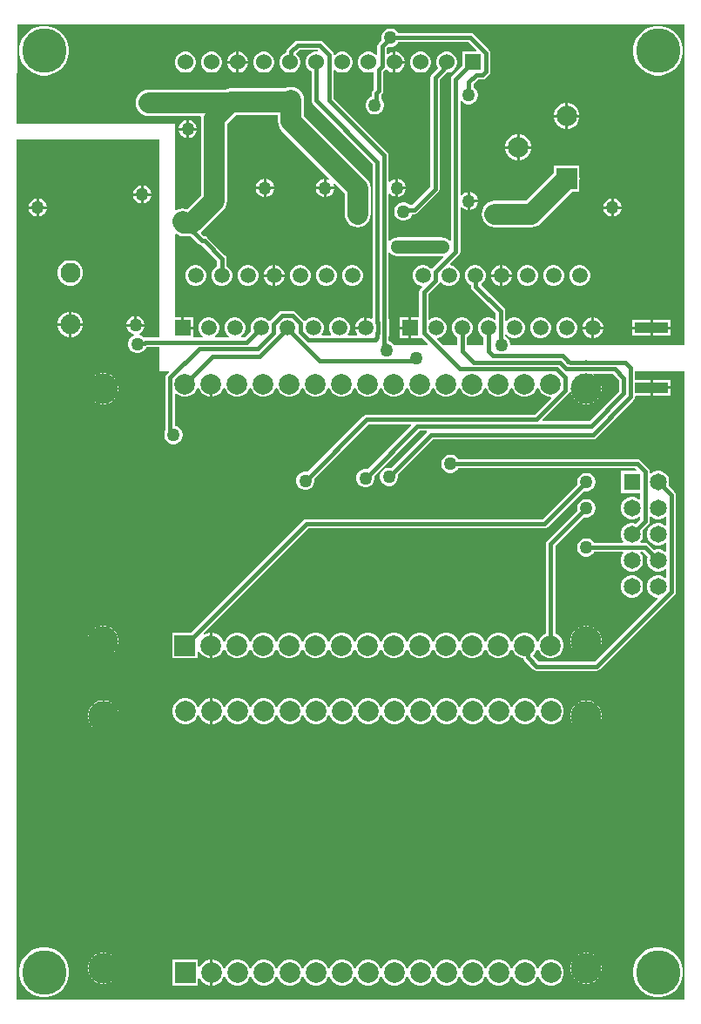
<source format=gbl>
G04*
G04 #@! TF.GenerationSoftware,Altium Limited,Altium Designer,24.3.1 (35)*
G04*
G04 Layer_Physical_Order=2*
G04 Layer_Color=16711680*
%FSLAX25Y25*%
%MOIN*%
G70*
G04*
G04 #@! TF.SameCoordinates,59408384-AF90-41EA-90E0-151A5B2CE245*
G04*
G04*
G04 #@! TF.FilePolarity,Positive*
G04*
G01*
G75*
%ADD50C,0.01500*%
%ADD51C,0.08000*%
%ADD53C,0.05000*%
%ADD54C,0.06000*%
%ADD55R,0.06000X0.06000*%
%ADD56C,0.11811*%
%ADD57C,0.07874*%
%ADD58R,0.07874X0.07874*%
%ADD59C,0.06496*%
%ADD60R,0.06496X0.06496*%
%ADD61R,0.05906X0.05906*%
%ADD62C,0.05906*%
%ADD63C,0.07677*%
%ADD64C,0.05000*%
%ADD65C,0.17000*%
%ADD66R,0.12795X0.04134*%
G36*
X340000Y342500D02*
X273500D01*
Y342961D01*
X273261Y343851D01*
X272801Y344649D01*
X272149Y345301D01*
X271487Y345683D01*
Y346216D01*
X271987Y346423D01*
X272573Y345837D01*
X273474Y345317D01*
X274480Y345047D01*
X275520D01*
X276526Y345317D01*
X277427Y345837D01*
X278163Y346573D01*
X278683Y347474D01*
X278953Y348480D01*
Y349520D01*
X278683Y350526D01*
X278163Y351427D01*
X277427Y352163D01*
X276526Y352683D01*
X275520Y352953D01*
X274480D01*
X273474Y352683D01*
X272573Y352163D01*
X271987Y351577D01*
X271487Y351784D01*
Y355297D01*
X271487Y355297D01*
X271351Y355980D01*
X270964Y356559D01*
X270964Y356559D01*
X262323Y365200D01*
X262406Y365825D01*
X262427Y365837D01*
X263163Y366573D01*
X263683Y367474D01*
X263953Y368480D01*
Y369520D01*
X263683Y370526D01*
X263163Y371427D01*
X262427Y372163D01*
X261526Y372683D01*
X260520Y372953D01*
X259480D01*
X258474Y372683D01*
X257573Y372163D01*
X256837Y371427D01*
X256317Y370526D01*
X256047Y369520D01*
Y368480D01*
X256317Y367474D01*
X256837Y366573D01*
X257573Y365837D01*
X258395Y365363D01*
Y364821D01*
X258530Y364138D01*
X258917Y363559D01*
X267918Y354558D01*
Y352325D01*
X267457Y352133D01*
X267427Y352163D01*
X266526Y352683D01*
X265520Y352953D01*
X264480D01*
X263474Y352683D01*
X262573Y352163D01*
X261837Y351427D01*
X261317Y350526D01*
X261047Y349520D01*
Y348480D01*
X261317Y347474D01*
X261837Y346573D01*
X262573Y345837D01*
X263216Y345466D01*
Y342500D01*
X256784D01*
Y345466D01*
X257427Y345837D01*
X258163Y346573D01*
X258683Y347474D01*
X258953Y348480D01*
Y349520D01*
X258683Y350526D01*
X258163Y351427D01*
X257427Y352163D01*
X256526Y352683D01*
X255520Y352953D01*
X254480D01*
X253474Y352683D01*
X252573Y352163D01*
X251837Y351427D01*
X251317Y350526D01*
X251047Y349520D01*
Y348480D01*
X251317Y347474D01*
X251837Y346573D01*
X252573Y345837D01*
X253216Y345466D01*
Y342500D01*
X247373D01*
X245287Y344585D01*
X245479Y345047D01*
X245520D01*
X246526Y345317D01*
X247427Y345837D01*
X248163Y346573D01*
X248683Y347474D01*
X248953Y348480D01*
Y349520D01*
X248683Y350526D01*
X248163Y351427D01*
X247427Y352163D01*
X246526Y352683D01*
X245520Y352953D01*
X244480D01*
X243474Y352683D01*
X242573Y352163D01*
X242544Y352133D01*
X242081Y352325D01*
Y361908D01*
X245964Y365790D01*
X245964Y365790D01*
X246351Y366369D01*
X246358Y366403D01*
X246636Y366502D01*
X246891Y366519D01*
X247573Y365837D01*
X248474Y365317D01*
X249480Y365047D01*
X250520D01*
X251526Y365317D01*
X252427Y365837D01*
X253163Y366573D01*
X253683Y367474D01*
X253953Y368480D01*
Y369520D01*
X253683Y370526D01*
X253163Y371427D01*
X252427Y372163D01*
X251526Y372683D01*
X250520Y372953D01*
X250479D01*
X250287Y373415D01*
X253762Y376889D01*
X253762Y376889D01*
X254149Y377468D01*
X254284Y378151D01*
Y395146D01*
X254784Y395266D01*
X255351Y394699D01*
X256149Y394238D01*
X257000Y394010D01*
Y397500D01*
Y400989D01*
X256149Y400762D01*
X255351Y400301D01*
X254784Y399734D01*
X254284Y399854D01*
Y435646D01*
X254784Y435766D01*
X255351Y435199D01*
X256149Y434738D01*
X257039Y434500D01*
X257961D01*
X258851Y434738D01*
X259649Y435199D01*
X260301Y435851D01*
X260761Y436649D01*
X261000Y437539D01*
Y438461D01*
X260761Y439351D01*
X260301Y440149D01*
X259649Y440801D01*
X259284Y441011D01*
Y442261D01*
X261044Y444021D01*
X262798D01*
X263481Y444157D01*
X264060Y444543D01*
X265262Y445746D01*
X265649Y446324D01*
X265784Y447007D01*
X265784Y447007D01*
Y454103D01*
X265784Y454103D01*
X265649Y454786D01*
X265262Y455365D01*
X259365Y461262D01*
X258786Y461649D01*
X258103Y461784D01*
X230608D01*
X230397Y462149D01*
X229745Y462801D01*
X228947Y463262D01*
X228057Y463500D01*
X227136D01*
X226245Y463262D01*
X225447Y462801D01*
X224796Y462149D01*
X224335Y461351D01*
X224096Y460461D01*
Y459539D01*
X224241Y458998D01*
X223061Y457818D01*
X222675Y457239D01*
X222539Y456556D01*
Y453453D01*
X222039Y453246D01*
X221529Y453756D01*
X220617Y454283D01*
X219600Y454555D01*
X218547D01*
X217529Y454283D01*
X216617Y453756D01*
X215872Y453011D01*
X215346Y452099D01*
X215073Y451082D01*
Y450029D01*
X215346Y449011D01*
X215872Y448099D01*
X216617Y447354D01*
X217529Y446828D01*
X218547Y446555D01*
X219600D01*
X220617Y446828D01*
X220783Y446923D01*
X221216Y446673D01*
Y440292D01*
X220961Y440038D01*
X220574Y439459D01*
X220439Y438776D01*
Y437378D01*
X220202Y437315D01*
X219404Y436854D01*
X218753Y436202D01*
X218292Y435404D01*
X218053Y434514D01*
Y433593D01*
X218292Y432702D01*
X218753Y431904D01*
X219404Y431253D01*
X220202Y430792D01*
X221093Y430553D01*
X222014D01*
X222904Y430792D01*
X223702Y431253D01*
X224354Y431904D01*
X224815Y432702D01*
X225053Y433593D01*
Y434514D01*
X224815Y435404D01*
X224354Y436202D01*
X224007Y436549D01*
Y438037D01*
X224262Y438292D01*
X224648Y438870D01*
X224784Y439553D01*
X224784Y439553D01*
Y447025D01*
X225515Y447756D01*
X225711Y447821D01*
X226170Y447801D01*
X226617Y447354D01*
X227529Y446828D01*
X228547Y446555D01*
X228573D01*
Y450555D01*
Y454555D01*
X228547D01*
X227529Y454283D01*
X226617Y453756D01*
X226569Y453708D01*
X226107Y453899D01*
Y455817D01*
X226864Y456573D01*
X227136Y456500D01*
X228057D01*
X228947Y456739D01*
X229745Y457199D01*
X230397Y457851D01*
X230608Y458216D01*
X257364D01*
X260563Y455017D01*
X260371Y454555D01*
X255073D01*
Y449078D01*
X251238Y445244D01*
X250851Y444665D01*
X250716Y443982D01*
Y382413D01*
X250567Y382319D01*
X250216Y382234D01*
X250137Y382313D01*
X249996Y382496D01*
X249813Y382637D01*
X249649Y382801D01*
X249449Y382916D01*
X249265Y383057D01*
X249051Y383146D01*
X248851Y383261D01*
X248627Y383321D01*
X248414Y383410D01*
X248184Y383440D01*
X247961Y383500D01*
X247729D01*
X247500Y383530D01*
X230000D01*
X229771Y383500D01*
X229539D01*
X229316Y383440D01*
X229086Y383410D01*
X228873Y383321D01*
X228649Y383261D01*
X228449Y383146D01*
X228235Y383057D01*
X228051Y382916D01*
X227851Y382801D01*
X227687Y382637D01*
X227504Y382496D01*
X227363Y382313D01*
X227284Y382234D01*
X226933Y382319D01*
X226784Y382413D01*
Y400146D01*
X227284Y400266D01*
X227851Y399699D01*
X228649Y399238D01*
X229500Y399010D01*
Y402500D01*
Y405990D01*
X228649Y405761D01*
X227851Y405301D01*
X227284Y404734D01*
X226784Y404854D01*
Y415000D01*
X226648Y415683D01*
X226262Y416262D01*
X226262Y416262D01*
X205784Y436739D01*
Y447480D01*
X206284Y447687D01*
X206617Y447354D01*
X207529Y446828D01*
X208546Y446555D01*
X209600D01*
X210617Y446828D01*
X211529Y447354D01*
X212274Y448099D01*
X212801Y449011D01*
X213073Y450029D01*
Y451082D01*
X212801Y452099D01*
X212274Y453011D01*
X211529Y453756D01*
X210617Y454283D01*
X209600Y454555D01*
X208546D01*
X207529Y454283D01*
X206617Y453756D01*
X206284Y453423D01*
X206053Y453459D01*
X205763Y453609D01*
X205648Y454183D01*
X205262Y454762D01*
X201727Y458296D01*
X201148Y458683D01*
X200465Y458819D01*
X192034D01*
X191352Y458683D01*
X190773Y458296D01*
X190773Y458296D01*
X188265Y455788D01*
X187878Y455209D01*
X187742Y454526D01*
Y454340D01*
X187529Y454283D01*
X186617Y453756D01*
X185872Y453011D01*
X185346Y452099D01*
X185073Y451082D01*
Y450029D01*
X185346Y449011D01*
X185872Y448099D01*
X186617Y447354D01*
X187529Y446828D01*
X188547Y446555D01*
X189600D01*
X190617Y446828D01*
X191529Y447354D01*
X192274Y448099D01*
X192800Y449011D01*
X193073Y450029D01*
Y451082D01*
X192800Y452099D01*
X192274Y453011D01*
X191529Y453756D01*
X191500Y453977D01*
X192774Y455250D01*
X199633D01*
X199812Y455016D01*
X199676Y454720D01*
X199535Y454555D01*
X198547D01*
X197529Y454283D01*
X196617Y453756D01*
X195872Y453011D01*
X195346Y452099D01*
X195073Y451082D01*
Y450029D01*
X195346Y449011D01*
X195872Y448099D01*
X196617Y447354D01*
X197289Y446966D01*
Y435927D01*
X197425Y435244D01*
X197811Y434665D01*
X220716Y411761D01*
Y352546D01*
X220216Y352285D01*
X219526Y352683D01*
X218520Y352953D01*
X218500D01*
Y349000D01*
X218000D01*
Y348500D01*
X214047D01*
Y348480D01*
X214317Y347474D01*
X214837Y346573D01*
X214866Y346544D01*
X214675Y346081D01*
X211325D01*
X211134Y346544D01*
X211163Y346573D01*
X211683Y347474D01*
X211953Y348480D01*
Y349520D01*
X211683Y350526D01*
X211163Y351427D01*
X210427Y352163D01*
X209526Y352683D01*
X208520Y352953D01*
X207480D01*
X206474Y352683D01*
X205573Y352163D01*
X204837Y351427D01*
X204317Y350526D01*
X204047Y349520D01*
Y348480D01*
X204317Y347474D01*
X204837Y346573D01*
X204867Y346544D01*
X204675Y346081D01*
X201325D01*
X201133Y346544D01*
X201163Y346573D01*
X201683Y347474D01*
X201953Y348480D01*
Y349520D01*
X201683Y350526D01*
X201163Y351427D01*
X200427Y352163D01*
X199526Y352683D01*
X198520Y352953D01*
X197480D01*
X196474Y352683D01*
X195573Y352163D01*
X195047Y351637D01*
X194461Y351656D01*
X194414Y351685D01*
X194262Y351912D01*
X191210Y354964D01*
X190631Y355351D01*
X189948Y355487D01*
X186052D01*
X186052Y355487D01*
X185369Y355351D01*
X184790Y354964D01*
X184790Y354964D01*
X181543Y351717D01*
X181414Y351619D01*
X180894Y351696D01*
X180427Y352163D01*
X179526Y352683D01*
X178520Y352953D01*
X177480D01*
X176474Y352683D01*
X175573Y352163D01*
X174837Y351427D01*
X174317Y350526D01*
X174047Y349520D01*
Y348480D01*
X174239Y347763D01*
X171761Y345284D01*
X170470D01*
X170336Y345784D01*
X170427Y345837D01*
X171163Y346573D01*
X171683Y347474D01*
X171953Y348480D01*
Y349520D01*
X171683Y350526D01*
X171163Y351427D01*
X170427Y352163D01*
X169526Y352683D01*
X168520Y352953D01*
X167480D01*
X166474Y352683D01*
X165573Y352163D01*
X164837Y351427D01*
X164317Y350526D01*
X164047Y349520D01*
Y348480D01*
X164317Y347474D01*
X164837Y346573D01*
X165573Y345837D01*
X165664Y345784D01*
X165530Y345284D01*
X160470D01*
X160336Y345784D01*
X160427Y345837D01*
X161163Y346573D01*
X161683Y347474D01*
X161953Y348480D01*
Y349520D01*
X161683Y350526D01*
X161163Y351427D01*
X160427Y352163D01*
X159526Y352683D01*
X158520Y352953D01*
X157480D01*
X156474Y352683D01*
X155573Y352163D01*
X154837Y351427D01*
X154317Y350526D01*
X154047Y349520D01*
Y348480D01*
X154317Y347474D01*
X154837Y346573D01*
X155573Y345837D01*
X155664Y345784D01*
X155530Y345284D01*
X151953D01*
Y348500D01*
X148000D01*
Y349000D01*
X147500D01*
Y352953D01*
X145000D01*
Y384818D01*
X145448Y385039D01*
X145978Y384632D01*
X147195Y384129D01*
X148500Y383957D01*
X151020D01*
X154046Y380930D01*
X154625Y380543D01*
X155308Y380408D01*
X155308Y380408D01*
X155569D01*
X161216Y374761D01*
Y372534D01*
X160573Y372163D01*
X159837Y371427D01*
X159317Y370526D01*
X159047Y369520D01*
Y368480D01*
X159317Y367474D01*
X159837Y366573D01*
X160573Y365837D01*
X161474Y365317D01*
X162480Y365047D01*
X163520D01*
X164526Y365317D01*
X165427Y365837D01*
X166163Y366573D01*
X166683Y367474D01*
X166953Y368480D01*
Y369520D01*
X166683Y370526D01*
X166163Y371427D01*
X165427Y372163D01*
X164784Y372534D01*
Y375500D01*
X164648Y376183D01*
X164262Y376762D01*
X164262Y376762D01*
X157570Y383453D01*
X156991Y383840D01*
X156308Y383976D01*
X156047D01*
X155083Y384941D01*
X155095Y385463D01*
X163566Y393934D01*
X164367Y394978D01*
X164871Y396195D01*
X165043Y397500D01*
X165043Y397500D01*
Y426901D01*
X168599Y430457D01*
X184457D01*
Y428000D01*
X184629Y426695D01*
X185133Y425478D01*
X185934Y424434D01*
X204272Y406096D01*
X203965Y405695D01*
X203851Y405761D01*
X203000Y405990D01*
Y403000D01*
X205990D01*
X205762Y403851D01*
X205695Y403965D01*
X206096Y404272D01*
X209957Y400411D01*
Y392500D01*
X210129Y391195D01*
X210632Y389978D01*
X211434Y388934D01*
X212478Y388133D01*
X213695Y387629D01*
X215000Y387457D01*
X216305Y387629D01*
X217522Y388133D01*
X218566Y388934D01*
X219368Y389978D01*
X219871Y391195D01*
X220043Y392500D01*
Y402500D01*
X220043Y402500D01*
X219871Y403805D01*
X219368Y405022D01*
X218566Y406066D01*
X194543Y430089D01*
Y436000D01*
X194371Y437305D01*
X193868Y438522D01*
X193066Y439566D01*
X192022Y440368D01*
X190805Y440871D01*
X189500Y441043D01*
X188195Y440871D01*
X187402Y440543D01*
X166500D01*
X165195Y440371D01*
X164402Y440043D01*
X135000D01*
X133695Y439871D01*
X132478Y439367D01*
X131434Y438566D01*
X130632Y437522D01*
X130129Y436305D01*
X129957Y435000D01*
X130129Y433695D01*
X130632Y432478D01*
X131434Y431434D01*
X132478Y430632D01*
X133695Y430129D01*
X135000Y429957D01*
X154705D01*
X155035Y429581D01*
X154957Y428990D01*
Y399589D01*
X149634Y394266D01*
X149252Y394425D01*
X147947Y394596D01*
X146641Y394425D01*
X145500Y393952D01*
X145000Y394149D01*
Y427000D01*
X84855D01*
X84502Y427355D01*
X84760Y465000D01*
X340000D01*
Y342500D01*
D02*
G37*
G36*
X227363Y377687D02*
X227504Y377504D01*
X227687Y377363D01*
X227851Y377199D01*
X228051Y377084D01*
X228235Y376943D01*
X228449Y376854D01*
X228649Y376739D01*
X228873Y376679D01*
X229086Y376590D01*
X229316Y376560D01*
X229539Y376500D01*
X229771D01*
X230000Y376470D01*
X247500D01*
X247602Y376483D01*
X247789Y376193D01*
X247826Y376000D01*
X243543Y371717D01*
X243414Y371619D01*
X242894Y371696D01*
X242427Y372163D01*
X241526Y372683D01*
X240520Y372953D01*
X239480D01*
X238474Y372683D01*
X237573Y372163D01*
X236837Y371427D01*
X236317Y370526D01*
X236047Y369520D01*
Y368480D01*
X236317Y367474D01*
X236837Y366573D01*
X237573Y365837D01*
X238474Y365317D01*
X239480Y365047D01*
X239521D01*
X239713Y364585D01*
X239036Y363908D01*
X238649Y363329D01*
X238513Y362647D01*
Y352953D01*
X235500D01*
Y349000D01*
Y345047D01*
X238953D01*
Y345166D01*
X239453Y345373D01*
X241864Y342962D01*
X241673Y342500D01*
X228889D01*
X228806Y342644D01*
X228154Y343296D01*
X227356Y343756D01*
X226784Y343910D01*
Y345233D01*
X226851Y345334D01*
X226987Y346017D01*
X226987Y346017D01*
Y351983D01*
X226987Y351983D01*
X226851Y352666D01*
X226784Y352766D01*
Y377587D01*
X226933Y377681D01*
X227284Y377766D01*
X227363Y377687D01*
D02*
G37*
G36*
X139000Y345284D02*
X133629D01*
X133629Y345284D01*
X133242Y345207D01*
X132841Y345609D01*
X132043Y346070D01*
X131415Y346238D01*
X131367Y346615D01*
X131392Y346762D01*
X132149Y347199D01*
X132801Y347851D01*
X133262Y348649D01*
X133490Y349500D01*
X126511D01*
X126739Y348649D01*
X127199Y347851D01*
X127851Y347199D01*
X128649Y346739D01*
X129276Y346570D01*
X129325Y346193D01*
X129300Y346046D01*
X128542Y345609D01*
X127891Y344957D01*
X127430Y344159D01*
X127191Y343269D01*
Y342348D01*
X127430Y341458D01*
X127891Y340659D01*
X128542Y340008D01*
X129341Y339547D01*
X130231Y339309D01*
X131152D01*
X132043Y339547D01*
X132841Y340008D01*
X133492Y340659D01*
X133953Y341458D01*
X133969Y341519D01*
X133981Y341521D01*
X134272Y341716D01*
X139000D01*
Y332500D01*
X142698D01*
X142889Y332038D01*
X141969Y331117D01*
X141582Y330539D01*
X141446Y329856D01*
Y310217D01*
X141521Y309840D01*
X141238Y309351D01*
X141000Y308461D01*
Y307539D01*
X141238Y306649D01*
X141699Y305851D01*
X142351Y305199D01*
X143149Y304738D01*
X144039Y304500D01*
X144961D01*
X145851Y304738D01*
X146649Y305199D01*
X147301Y305851D01*
X147761Y306649D01*
X148000Y307539D01*
Y308461D01*
X147761Y309351D01*
X147301Y310149D01*
X146649Y310801D01*
X145851Y311262D01*
X145015Y311486D01*
Y323767D01*
X145476Y323959D01*
X145886Y323549D01*
X147012Y322899D01*
X148267Y322563D01*
X149567D01*
X150823Y322899D01*
X151949Y323549D01*
X152868Y324469D01*
X153518Y325594D01*
X153658Y326119D01*
X154176D01*
X154317Y325594D01*
X154967Y324469D01*
X155886Y323549D01*
X157012Y322899D01*
X158267Y322563D01*
X158417D01*
Y327500D01*
X159417D01*
Y322563D01*
X159567D01*
X160823Y322899D01*
X161949Y323549D01*
X162868Y324469D01*
X163518Y325594D01*
X163658Y326119D01*
X164176D01*
X164317Y325594D01*
X164967Y324469D01*
X165886Y323549D01*
X167012Y322899D01*
X168267Y322563D01*
X169567D01*
X170823Y322899D01*
X171949Y323549D01*
X172868Y324469D01*
X173518Y325594D01*
X173659Y326119D01*
X174176D01*
X174317Y325594D01*
X174967Y324469D01*
X175886Y323549D01*
X177012Y322899D01*
X178267Y322563D01*
X179567D01*
X180823Y322899D01*
X181949Y323549D01*
X182868Y324469D01*
X183518Y325594D01*
X183659Y326119D01*
X184176D01*
X184317Y325594D01*
X184967Y324469D01*
X185886Y323549D01*
X187012Y322899D01*
X188267Y322563D01*
X189567D01*
X190823Y322899D01*
X191949Y323549D01*
X192868Y324469D01*
X193518Y325594D01*
X193658Y326119D01*
X194176D01*
X194317Y325594D01*
X194967Y324469D01*
X195886Y323549D01*
X197012Y322899D01*
X198267Y322563D01*
X199567D01*
X200823Y322899D01*
X201949Y323549D01*
X202868Y324469D01*
X203518Y325594D01*
X203659Y326119D01*
X204176D01*
X204317Y325594D01*
X204967Y324469D01*
X205886Y323549D01*
X207012Y322899D01*
X208267Y322563D01*
X209567D01*
X210823Y322899D01*
X211949Y323549D01*
X212868Y324469D01*
X213518Y325594D01*
X213658Y326119D01*
X214176D01*
X214317Y325594D01*
X214967Y324469D01*
X215886Y323549D01*
X217012Y322899D01*
X218267Y322563D01*
X219567D01*
X220823Y322899D01*
X221949Y323549D01*
X222868Y324469D01*
X223518Y325594D01*
X223658Y326119D01*
X224176D01*
X224317Y325594D01*
X224967Y324469D01*
X225886Y323549D01*
X227012Y322899D01*
X228267Y322563D01*
X229567D01*
X230823Y322899D01*
X231949Y323549D01*
X232868Y324469D01*
X233518Y325594D01*
X233659Y326119D01*
X234176D01*
X234317Y325594D01*
X234967Y324469D01*
X235886Y323549D01*
X237012Y322899D01*
X238267Y322563D01*
X239567D01*
X240823Y322899D01*
X241949Y323549D01*
X242868Y324469D01*
X243518Y325594D01*
X243658Y326119D01*
X244176D01*
X244317Y325594D01*
X244967Y324469D01*
X245886Y323549D01*
X247012Y322899D01*
X248267Y322563D01*
X249567D01*
X250823Y322899D01*
X251949Y323549D01*
X252868Y324469D01*
X253518Y325594D01*
X253659Y326119D01*
X254176D01*
X254317Y325594D01*
X254967Y324469D01*
X255886Y323549D01*
X257012Y322899D01*
X258267Y322563D01*
X259567D01*
X260823Y322899D01*
X261949Y323549D01*
X262868Y324469D01*
X263518Y325594D01*
X263658Y326119D01*
X264176D01*
X264317Y325594D01*
X264967Y324469D01*
X265886Y323549D01*
X267012Y322899D01*
X268267Y322563D01*
X269567D01*
X270823Y322899D01*
X271949Y323549D01*
X272868Y324469D01*
X273518Y325594D01*
X273658Y326119D01*
X274176D01*
X274317Y325594D01*
X274967Y324469D01*
X275886Y323549D01*
X277012Y322899D01*
X278267Y322563D01*
X279567D01*
X280823Y322899D01*
X281949Y323549D01*
X282868Y324469D01*
X283518Y325594D01*
X283659Y326119D01*
X284176D01*
X284317Y325594D01*
X284967Y324469D01*
X285886Y323549D01*
X287012Y322899D01*
X288267Y322563D01*
X288846D01*
X289038Y322101D01*
X282625Y315689D01*
X218405D01*
X218404Y315689D01*
X217722Y315553D01*
X217143Y315166D01*
X195868Y293891D01*
X195461Y294000D01*
X194539D01*
X193649Y293761D01*
X192851Y293301D01*
X192199Y292649D01*
X191738Y291851D01*
X191500Y290961D01*
Y290039D01*
X191738Y289149D01*
X192199Y288351D01*
X192851Y287699D01*
X193649Y287239D01*
X194539Y287000D01*
X195461D01*
X196351Y287239D01*
X197149Y287699D01*
X197801Y288351D01*
X198261Y289149D01*
X198500Y290039D01*
Y290961D01*
X198391Y291368D01*
X219144Y312120D01*
X235443D01*
X235635Y311658D01*
X218868Y294891D01*
X218461Y295000D01*
X217539D01*
X216649Y294761D01*
X215851Y294301D01*
X215199Y293649D01*
X214738Y292851D01*
X214500Y291961D01*
Y291039D01*
X214738Y290149D01*
X215199Y289351D01*
X215851Y288699D01*
X216649Y288239D01*
X217539Y288000D01*
X218461D01*
X219351Y288239D01*
X220149Y288699D01*
X220801Y289351D01*
X221262Y290149D01*
X221500Y291039D01*
Y291961D01*
X221391Y292368D01*
X238644Y309620D01*
X241397D01*
X241597Y309120D01*
X227862Y295386D01*
X227456Y295495D01*
X226534D01*
X225644Y295256D01*
X224846Y294795D01*
X224194Y294144D01*
X223733Y293346D01*
X223495Y292456D01*
Y291534D01*
X223733Y290644D01*
X224194Y289846D01*
X224846Y289194D01*
X225644Y288733D01*
X226534Y288495D01*
X227456D01*
X228346Y288733D01*
X229144Y289194D01*
X229796Y289846D01*
X230256Y290644D01*
X230495Y291534D01*
Y292456D01*
X230386Y292862D01*
X243739Y306216D01*
X304982D01*
X305665Y306351D01*
X306244Y306738D01*
X319804Y320298D01*
X319804Y320298D01*
X320175Y320669D01*
X320335Y320909D01*
X320512Y321138D01*
X320951Y322024D01*
X320967Y322083D01*
X321001Y322134D01*
X321057Y322417D01*
X321133Y322696D01*
X321509Y323016D01*
X327000D01*
Y326083D01*
Y329150D01*
X321137D01*
Y332500D01*
X340000D01*
Y216000D01*
Y92000D01*
X84500D01*
Y421000D01*
X139000D01*
Y345284D01*
D02*
G37*
G36*
X315068Y328909D02*
Y324591D01*
X303665Y313189D01*
X285825D01*
X285634Y313651D01*
X295866Y323883D01*
X295866Y323883D01*
X296156Y324316D01*
X296680Y324242D01*
X296743Y323927D01*
X297188Y322852D01*
X297834Y321885D01*
X298657Y321062D01*
X299624Y320416D01*
X300699Y319971D01*
X301840Y319744D01*
X303003D01*
X304144Y319971D01*
X305219Y320416D01*
X306186Y321062D01*
X307008Y321885D01*
X307655Y322852D01*
X308100Y323927D01*
X308327Y325068D01*
Y326231D01*
X308100Y327372D01*
X307655Y328447D01*
X307008Y329414D01*
X306186Y330237D01*
X305219Y330883D01*
X305171Y330903D01*
X305271Y331403D01*
X312574D01*
X315068Y328909D01*
D02*
G37*
%LPC*%
G36*
X229600Y454555D02*
X229573D01*
Y451055D01*
X233073D01*
Y451082D01*
X232801Y452099D01*
X232274Y453011D01*
X231529Y453756D01*
X230617Y454283D01*
X229600Y454555D01*
D02*
G37*
G36*
X169600D02*
X169573D01*
Y451055D01*
X173073D01*
Y451082D01*
X172801Y452099D01*
X172274Y453011D01*
X171529Y453756D01*
X170617Y454283D01*
X169600Y454555D01*
D02*
G37*
G36*
X168573D02*
X168546D01*
X167529Y454283D01*
X166617Y453756D01*
X165872Y453011D01*
X165346Y452099D01*
X165073Y451082D01*
Y451055D01*
X168573D01*
Y454555D01*
D02*
G37*
G36*
X239600D02*
X238546D01*
X237529Y454283D01*
X236617Y453756D01*
X235872Y453011D01*
X235346Y452099D01*
X235073Y451082D01*
Y450029D01*
X235346Y449011D01*
X235872Y448099D01*
X236617Y447354D01*
X237529Y446828D01*
X238546Y446555D01*
X239600D01*
X240617Y446828D01*
X241529Y447354D01*
X242274Y448099D01*
X242800Y449011D01*
X243073Y450029D01*
Y451082D01*
X242800Y452099D01*
X242274Y453011D01*
X241529Y453756D01*
X240617Y454283D01*
X239600Y454555D01*
D02*
G37*
G36*
X233073Y450055D02*
X229573D01*
Y446555D01*
X229600D01*
X230617Y446828D01*
X231529Y447354D01*
X232274Y448099D01*
X232801Y449011D01*
X233073Y450029D01*
Y450055D01*
D02*
G37*
G36*
X179600Y454555D02*
X178547D01*
X177529Y454283D01*
X176617Y453756D01*
X175872Y453011D01*
X175346Y452099D01*
X175073Y451082D01*
Y450029D01*
X175346Y449011D01*
X175872Y448099D01*
X176617Y447354D01*
X177529Y446828D01*
X178547Y446555D01*
X179600D01*
X180617Y446828D01*
X181529Y447354D01*
X182274Y448099D01*
X182800Y449011D01*
X183073Y450029D01*
Y451082D01*
X182800Y452099D01*
X182274Y453011D01*
X181529Y453756D01*
X180617Y454283D01*
X179600Y454555D01*
D02*
G37*
G36*
X173073Y450055D02*
X169573D01*
Y446555D01*
X169600D01*
X170617Y446828D01*
X171529Y447354D01*
X172274Y448099D01*
X172801Y449011D01*
X173073Y450029D01*
Y450055D01*
D02*
G37*
G36*
X168573D02*
X165073D01*
Y450029D01*
X165346Y449011D01*
X165872Y448099D01*
X166617Y447354D01*
X167529Y446828D01*
X168546Y446555D01*
X168573D01*
Y450055D01*
D02*
G37*
G36*
X159600Y454555D02*
X158546D01*
X157529Y454283D01*
X156617Y453756D01*
X155872Y453011D01*
X155346Y452099D01*
X155073Y451082D01*
Y450029D01*
X155346Y449011D01*
X155872Y448099D01*
X156617Y447354D01*
X157529Y446828D01*
X158546Y446555D01*
X159600D01*
X160617Y446828D01*
X161529Y447354D01*
X162274Y448099D01*
X162801Y449011D01*
X163073Y450029D01*
Y451082D01*
X162801Y452099D01*
X162274Y453011D01*
X161529Y453756D01*
X160617Y454283D01*
X159600Y454555D01*
D02*
G37*
G36*
X149600D02*
X148547D01*
X147529Y454283D01*
X146617Y453756D01*
X145872Y453011D01*
X145346Y452099D01*
X145073Y451082D01*
Y450029D01*
X145346Y449011D01*
X145872Y448099D01*
X146617Y447354D01*
X147529Y446828D01*
X148547Y446555D01*
X149600D01*
X150617Y446828D01*
X151529Y447354D01*
X152274Y448099D01*
X152801Y449011D01*
X153073Y450029D01*
Y451082D01*
X152801Y452099D01*
X152274Y453011D01*
X151529Y453756D01*
X150617Y454283D01*
X149600Y454555D01*
D02*
G37*
G36*
X330936Y464500D02*
X329064D01*
X327229Y464135D01*
X325500Y463419D01*
X323944Y462379D01*
X322621Y461056D01*
X321581Y459500D01*
X320865Y457771D01*
X320500Y455936D01*
Y454064D01*
X320865Y452229D01*
X321581Y450500D01*
X322621Y448944D01*
X323944Y447621D01*
X325500Y446581D01*
X327229Y445865D01*
X329064Y445500D01*
X330936D01*
X332771Y445865D01*
X334500Y446581D01*
X336056Y447621D01*
X337379Y448944D01*
X338419Y450500D01*
X339135Y452229D01*
X339500Y454064D01*
Y455936D01*
X339135Y457771D01*
X338419Y459500D01*
X337379Y461056D01*
X336056Y462379D01*
X334500Y463419D01*
X332771Y464135D01*
X330936Y464500D01*
D02*
G37*
G36*
X95936D02*
X94064D01*
X92229Y464135D01*
X90500Y463419D01*
X88944Y462379D01*
X87621Y461056D01*
X86581Y459500D01*
X85865Y457771D01*
X85500Y455936D01*
Y454064D01*
X85865Y452229D01*
X86581Y450500D01*
X87621Y448944D01*
X88944Y447621D01*
X90500Y446581D01*
X92229Y445865D01*
X94064Y445500D01*
X95936D01*
X97771Y445865D01*
X99500Y446581D01*
X101056Y447621D01*
X102379Y448944D01*
X103419Y450500D01*
X104135Y452229D01*
X104500Y454064D01*
Y455936D01*
X104135Y457771D01*
X103419Y459500D01*
X102379Y461056D01*
X101056Y462379D01*
X99500Y463419D01*
X97771Y464135D01*
X95936Y464500D01*
D02*
G37*
G36*
X295650Y434937D02*
X295500D01*
Y430500D01*
X299937D01*
Y430650D01*
X299601Y431906D01*
X298951Y433031D01*
X298031Y433951D01*
X296906Y434601D01*
X295650Y434937D01*
D02*
G37*
G36*
X294500D02*
X294350D01*
X293094Y434601D01*
X291969Y433951D01*
X291049Y433031D01*
X290399Y431906D01*
X290063Y430650D01*
Y430500D01*
X294500D01*
Y434937D01*
D02*
G37*
G36*
X150500Y428489D02*
Y425500D01*
X153489D01*
X153261Y426351D01*
X152801Y427149D01*
X152149Y427801D01*
X151351Y428262D01*
X150500Y428489D01*
D02*
G37*
G36*
X149500D02*
X148649Y428262D01*
X147851Y427801D01*
X147199Y427149D01*
X146739Y426351D01*
X146511Y425500D01*
X149500D01*
Y428489D01*
D02*
G37*
G36*
X299937Y429500D02*
X295500D01*
Y425063D01*
X295650D01*
X296906Y425399D01*
X298031Y426049D01*
X298951Y426969D01*
X299601Y428094D01*
X299937Y429350D01*
Y429500D01*
D02*
G37*
G36*
X294500D02*
X290063D01*
Y429350D01*
X290399Y428094D01*
X291049Y426969D01*
X291969Y426049D01*
X293094Y425399D01*
X294350Y425063D01*
X294500D01*
Y429500D01*
D02*
G37*
G36*
X153489Y424500D02*
X150500D01*
Y421511D01*
X151351Y421738D01*
X152149Y422199D01*
X152801Y422851D01*
X153261Y423649D01*
X153489Y424500D01*
D02*
G37*
G36*
X149500D02*
X146511D01*
X146739Y423649D01*
X147199Y422851D01*
X147851Y422199D01*
X148649Y421738D01*
X149500Y421511D01*
Y424500D01*
D02*
G37*
G36*
X277150Y422937D02*
X277000D01*
Y418500D01*
X281437D01*
Y418650D01*
X281101Y419906D01*
X280451Y421031D01*
X279531Y421951D01*
X278406Y422601D01*
X277150Y422937D01*
D02*
G37*
G36*
X276000D02*
X275850D01*
X274594Y422601D01*
X273469Y421951D01*
X272549Y421031D01*
X271899Y419906D01*
X271563Y418650D01*
Y418500D01*
X276000D01*
Y422937D01*
D02*
G37*
G36*
X281437Y417500D02*
X277000D01*
Y413063D01*
X277150D01*
X278406Y413399D01*
X279531Y414049D01*
X280451Y414969D01*
X281101Y416094D01*
X281437Y417350D01*
Y417500D01*
D02*
G37*
G36*
X276000D02*
X271563D01*
Y417350D01*
X271899Y416094D01*
X272549Y414969D01*
X273469Y414049D01*
X274594Y413399D01*
X275850Y413063D01*
X276000D01*
Y417500D01*
D02*
G37*
G36*
X230500Y405990D02*
Y403000D01*
X233489D01*
X233261Y403851D01*
X232801Y404649D01*
X232149Y405301D01*
X231351Y405761D01*
X230500Y405990D01*
D02*
G37*
G36*
X202000D02*
X201149Y405761D01*
X200351Y405301D01*
X199699Y404649D01*
X199239Y403851D01*
X199011Y403000D01*
X202000D01*
Y405990D01*
D02*
G37*
G36*
X180000D02*
Y403000D01*
X182990D01*
X182762Y403851D01*
X182301Y404649D01*
X181649Y405301D01*
X180851Y405761D01*
X180000Y405990D01*
D02*
G37*
G36*
X179000D02*
X178149Y405761D01*
X177351Y405301D01*
X176699Y404649D01*
X176239Y403851D01*
X176011Y403000D01*
X179000D01*
Y405990D01*
D02*
G37*
G36*
X233489Y402000D02*
X230500D01*
Y399010D01*
X231351Y399238D01*
X232149Y399699D01*
X232801Y400351D01*
X233261Y401149D01*
X233489Y402000D01*
D02*
G37*
G36*
X205990D02*
X203000D01*
Y399010D01*
X203851Y399238D01*
X204649Y399699D01*
X205301Y400351D01*
X205762Y401149D01*
X205990Y402000D01*
D02*
G37*
G36*
X202000D02*
X199011D01*
X199239Y401149D01*
X199699Y400351D01*
X200351Y399699D01*
X201149Y399238D01*
X202000Y399010D01*
Y402000D01*
D02*
G37*
G36*
X182990D02*
X180000D01*
Y399010D01*
X180851Y399238D01*
X181649Y399699D01*
X182301Y400351D01*
X182762Y401149D01*
X182990Y402000D01*
D02*
G37*
G36*
X179000D02*
X176011D01*
X176239Y401149D01*
X176699Y400351D01*
X177351Y399699D01*
X178149Y399238D01*
X179000Y399010D01*
Y402000D01*
D02*
G37*
G36*
X258000Y400989D02*
Y398000D01*
X260989D01*
X260761Y398851D01*
X260301Y399649D01*
X259649Y400301D01*
X258851Y400762D01*
X258000Y400989D01*
D02*
G37*
G36*
X249600Y454555D02*
X248547D01*
X247529Y454283D01*
X246617Y453756D01*
X245872Y453011D01*
X245346Y452099D01*
X245073Y451082D01*
Y450029D01*
X245346Y449011D01*
X245764Y448287D01*
X243365Y445888D01*
X242978Y445309D01*
X242842Y444626D01*
Y402865D01*
X235931Y395954D01*
X234996D01*
X234649Y396301D01*
X233851Y396761D01*
X232961Y397000D01*
X232039D01*
X231149Y396761D01*
X230351Y396301D01*
X229699Y395649D01*
X229239Y394851D01*
X229000Y393961D01*
Y393039D01*
X229239Y392149D01*
X229699Y391351D01*
X230351Y390699D01*
X231149Y390238D01*
X232039Y390000D01*
X232961D01*
X233851Y390238D01*
X234649Y390699D01*
X235301Y391351D01*
X235761Y392149D01*
X235825Y392385D01*
X236670D01*
X237352Y392521D01*
X237931Y392908D01*
X245888Y400865D01*
X245888Y400865D01*
X246275Y401443D01*
X246410Y402126D01*
Y443887D01*
X249078Y446554D01*
X249078Y446555D01*
X249600D01*
X250617Y446828D01*
X251529Y447354D01*
X252274Y448099D01*
X252800Y449011D01*
X253073Y450029D01*
Y451082D01*
X252800Y452099D01*
X252274Y453011D01*
X251529Y453756D01*
X250617Y454283D01*
X249600Y454555D01*
D02*
G37*
G36*
X313000Y398489D02*
Y395500D01*
X315989D01*
X315761Y396351D01*
X315301Y397149D01*
X314649Y397801D01*
X313851Y398261D01*
X313000Y398489D01*
D02*
G37*
G36*
X312000D02*
X311149Y398261D01*
X310351Y397801D01*
X309699Y397149D01*
X309239Y396351D01*
X309011Y395500D01*
X312000D01*
Y398489D01*
D02*
G37*
G36*
X260989Y397000D02*
X258000D01*
Y394010D01*
X258851Y394238D01*
X259649Y394699D01*
X260301Y395351D01*
X260761Y396149D01*
X260989Y397000D01*
D02*
G37*
G36*
X315989Y394500D02*
X313000D01*
Y391511D01*
X313851Y391739D01*
X314649Y392199D01*
X315301Y392851D01*
X315761Y393649D01*
X315989Y394500D01*
D02*
G37*
G36*
X312000D02*
X309011D01*
X309239Y393649D01*
X309699Y392851D01*
X310351Y392199D01*
X311149Y391739D01*
X312000Y391511D01*
Y394500D01*
D02*
G37*
G36*
X295000Y411043D02*
X294194Y410937D01*
X290063D01*
Y408195D01*
X279411Y397543D01*
X267500D01*
X266195Y397371D01*
X264978Y396867D01*
X263934Y396066D01*
X263133Y395022D01*
X262629Y393805D01*
X262457Y392500D01*
X262629Y391195D01*
X263133Y389978D01*
X263934Y388934D01*
X264978Y388133D01*
X266195Y387629D01*
X267500Y387457D01*
X281500D01*
X282805Y387629D01*
X284022Y388133D01*
X285066Y388934D01*
X297195Y401063D01*
X299937D01*
Y405194D01*
X300043Y406000D01*
X299937Y406806D01*
Y410937D01*
X295806D01*
X295000Y411043D01*
D02*
G37*
G36*
X270520Y372953D02*
X270500D01*
Y369500D01*
X273953D01*
Y369520D01*
X273683Y370526D01*
X273163Y371427D01*
X272427Y372163D01*
X271526Y372683D01*
X270520Y372953D01*
D02*
G37*
G36*
X183520D02*
X183500D01*
Y369500D01*
X186953D01*
Y369520D01*
X186683Y370526D01*
X186163Y371427D01*
X185427Y372163D01*
X184526Y372683D01*
X183520Y372953D01*
D02*
G37*
G36*
X269500D02*
X269480D01*
X268474Y372683D01*
X267573Y372163D01*
X266837Y371427D01*
X266317Y370526D01*
X266047Y369520D01*
Y369500D01*
X269500D01*
Y372953D01*
D02*
G37*
G36*
X182500D02*
X182480D01*
X181474Y372683D01*
X180573Y372163D01*
X179837Y371427D01*
X179317Y370526D01*
X179047Y369520D01*
Y369500D01*
X182500D01*
Y372953D01*
D02*
G37*
G36*
X300520D02*
X299480D01*
X298474Y372683D01*
X297573Y372163D01*
X296837Y371427D01*
X296317Y370526D01*
X296047Y369520D01*
Y368480D01*
X296317Y367474D01*
X296837Y366573D01*
X297573Y365837D01*
X298474Y365317D01*
X299480Y365047D01*
X300520D01*
X301526Y365317D01*
X302427Y365837D01*
X303163Y366573D01*
X303683Y367474D01*
X303953Y368480D01*
Y369520D01*
X303683Y370526D01*
X303163Y371427D01*
X302427Y372163D01*
X301526Y372683D01*
X300520Y372953D01*
D02*
G37*
G36*
X290520D02*
X289480D01*
X288474Y372683D01*
X287573Y372163D01*
X286837Y371427D01*
X286317Y370526D01*
X286047Y369520D01*
Y368480D01*
X286317Y367474D01*
X286837Y366573D01*
X287573Y365837D01*
X288474Y365317D01*
X289480Y365047D01*
X290520D01*
X291526Y365317D01*
X292427Y365837D01*
X293163Y366573D01*
X293683Y367474D01*
X293953Y368480D01*
Y369520D01*
X293683Y370526D01*
X293163Y371427D01*
X292427Y372163D01*
X291526Y372683D01*
X290520Y372953D01*
D02*
G37*
G36*
X280520D02*
X279480D01*
X278474Y372683D01*
X277573Y372163D01*
X276837Y371427D01*
X276317Y370526D01*
X276047Y369520D01*
Y368480D01*
X276317Y367474D01*
X276837Y366573D01*
X277573Y365837D01*
X278474Y365317D01*
X279480Y365047D01*
X280520D01*
X281526Y365317D01*
X282427Y365837D01*
X283163Y366573D01*
X283683Y367474D01*
X283953Y368480D01*
Y369520D01*
X283683Y370526D01*
X283163Y371427D01*
X282427Y372163D01*
X281526Y372683D01*
X280520Y372953D01*
D02*
G37*
G36*
X273953Y368500D02*
X270500D01*
Y365047D01*
X270520D01*
X271526Y365317D01*
X272427Y365837D01*
X273163Y366573D01*
X273683Y367474D01*
X273953Y368480D01*
Y368500D01*
D02*
G37*
G36*
X269500D02*
X266047D01*
Y368480D01*
X266317Y367474D01*
X266837Y366573D01*
X267573Y365837D01*
X268474Y365317D01*
X269480Y365047D01*
X269500D01*
Y368500D01*
D02*
G37*
G36*
X213520Y372953D02*
X212480D01*
X211474Y372683D01*
X210573Y372163D01*
X209837Y371427D01*
X209317Y370526D01*
X209047Y369520D01*
Y368480D01*
X209317Y367474D01*
X209837Y366573D01*
X210573Y365837D01*
X211474Y365317D01*
X212480Y365047D01*
X213520D01*
X214526Y365317D01*
X215427Y365837D01*
X216163Y366573D01*
X216683Y367474D01*
X216953Y368480D01*
Y369520D01*
X216683Y370526D01*
X216163Y371427D01*
X215427Y372163D01*
X214526Y372683D01*
X213520Y372953D01*
D02*
G37*
G36*
X203520D02*
X202480D01*
X201474Y372683D01*
X200573Y372163D01*
X199837Y371427D01*
X199317Y370526D01*
X199047Y369520D01*
Y368480D01*
X199317Y367474D01*
X199837Y366573D01*
X200573Y365837D01*
X201474Y365317D01*
X202480Y365047D01*
X203520D01*
X204526Y365317D01*
X205427Y365837D01*
X206163Y366573D01*
X206683Y367474D01*
X206953Y368480D01*
Y369520D01*
X206683Y370526D01*
X206163Y371427D01*
X205427Y372163D01*
X204526Y372683D01*
X203520Y372953D01*
D02*
G37*
G36*
X193520D02*
X192480D01*
X191474Y372683D01*
X190573Y372163D01*
X189837Y371427D01*
X189317Y370526D01*
X189047Y369520D01*
Y368480D01*
X189317Y367474D01*
X189837Y366573D01*
X190573Y365837D01*
X191474Y365317D01*
X192480Y365047D01*
X193520D01*
X194526Y365317D01*
X195427Y365837D01*
X196163Y366573D01*
X196683Y367474D01*
X196953Y368480D01*
Y369520D01*
X196683Y370526D01*
X196163Y371427D01*
X195427Y372163D01*
X194526Y372683D01*
X193520Y372953D01*
D02*
G37*
G36*
X186953Y368500D02*
X183500D01*
Y365047D01*
X183520D01*
X184526Y365317D01*
X185427Y365837D01*
X186163Y366573D01*
X186683Y367474D01*
X186953Y368480D01*
Y368500D01*
D02*
G37*
G36*
X182500D02*
X179047D01*
Y368480D01*
X179317Y367474D01*
X179837Y366573D01*
X180573Y365837D01*
X181474Y365317D01*
X182480Y365047D01*
X182500D01*
Y368500D01*
D02*
G37*
G36*
X173520Y372953D02*
X172480D01*
X171474Y372683D01*
X170573Y372163D01*
X169837Y371427D01*
X169317Y370526D01*
X169047Y369520D01*
Y368480D01*
X169317Y367474D01*
X169837Y366573D01*
X170573Y365837D01*
X171474Y365317D01*
X172480Y365047D01*
X173520D01*
X174526Y365317D01*
X175427Y365837D01*
X176163Y366573D01*
X176683Y367474D01*
X176953Y368480D01*
Y369520D01*
X176683Y370526D01*
X176163Y371427D01*
X175427Y372163D01*
X174526Y372683D01*
X173520Y372953D01*
D02*
G37*
G36*
X153520D02*
X152480D01*
X151474Y372683D01*
X150573Y372163D01*
X149837Y371427D01*
X149317Y370526D01*
X149047Y369520D01*
Y368480D01*
X149317Y367474D01*
X149837Y366573D01*
X150573Y365837D01*
X151474Y365317D01*
X152480Y365047D01*
X153520D01*
X154526Y365317D01*
X155427Y365837D01*
X156163Y366573D01*
X156683Y367474D01*
X156953Y368480D01*
Y369520D01*
X156683Y370526D01*
X156163Y371427D01*
X155427Y372163D01*
X154526Y372683D01*
X153520Y372953D01*
D02*
G37*
G36*
X305520Y352953D02*
X305500D01*
Y349500D01*
X308953D01*
Y349520D01*
X308683Y350526D01*
X308163Y351427D01*
X307427Y352163D01*
X306526Y352683D01*
X305520Y352953D01*
D02*
G37*
G36*
X151953D02*
X148500D01*
Y349500D01*
X151953D01*
Y352953D01*
D02*
G37*
G36*
X304500D02*
X304480D01*
X303474Y352683D01*
X302573Y352163D01*
X301837Y351427D01*
X301317Y350526D01*
X301047Y349520D01*
Y349500D01*
X304500D01*
Y352953D01*
D02*
G37*
G36*
X217500D02*
X217480D01*
X216474Y352683D01*
X215573Y352163D01*
X214837Y351427D01*
X214317Y350526D01*
X214047Y349520D01*
Y349500D01*
X217500D01*
Y352953D01*
D02*
G37*
G36*
X334898Y351984D02*
X328000D01*
Y349417D01*
X334898D01*
Y351984D01*
D02*
G37*
G36*
X327000D02*
X320102D01*
Y349417D01*
X327000D01*
Y351984D01*
D02*
G37*
G36*
X334898Y348417D02*
X328000D01*
Y345850D01*
X334898D01*
Y348417D01*
D02*
G37*
G36*
X327000D02*
X320102D01*
Y345850D01*
X327000D01*
Y348417D01*
D02*
G37*
G36*
X308953Y348500D02*
X305500D01*
Y345047D01*
X305520D01*
X306526Y345317D01*
X307427Y345837D01*
X308163Y346573D01*
X308683Y347474D01*
X308953Y348480D01*
Y348500D01*
D02*
G37*
G36*
X304500D02*
X301047D01*
Y348480D01*
X301317Y347474D01*
X301837Y346573D01*
X302573Y345837D01*
X303474Y345317D01*
X304480Y345047D01*
X304500D01*
Y348500D01*
D02*
G37*
G36*
X295520Y352953D02*
X294480D01*
X293474Y352683D01*
X292573Y352163D01*
X291837Y351427D01*
X291317Y350526D01*
X291047Y349520D01*
Y348480D01*
X291317Y347474D01*
X291837Y346573D01*
X292573Y345837D01*
X293474Y345317D01*
X294480Y345047D01*
X295520D01*
X296526Y345317D01*
X297427Y345837D01*
X298163Y346573D01*
X298683Y347474D01*
X298953Y348480D01*
Y349520D01*
X298683Y350526D01*
X298163Y351427D01*
X297427Y352163D01*
X296526Y352683D01*
X295520Y352953D01*
D02*
G37*
G36*
X285520D02*
X284480D01*
X283474Y352683D01*
X282573Y352163D01*
X281837Y351427D01*
X281317Y350526D01*
X281047Y349520D01*
Y348480D01*
X281317Y347474D01*
X281837Y346573D01*
X282573Y345837D01*
X283474Y345317D01*
X284480Y345047D01*
X285520D01*
X286526Y345317D01*
X287427Y345837D01*
X288163Y346573D01*
X288683Y347474D01*
X288953Y348480D01*
Y349520D01*
X288683Y350526D01*
X288163Y351427D01*
X287427Y352163D01*
X286526Y352683D01*
X285520Y352953D01*
D02*
G37*
G36*
X234500D02*
X231047D01*
Y349500D01*
X234500D01*
Y352953D01*
D02*
G37*
G36*
Y348500D02*
X231047D01*
Y345047D01*
X234500D01*
Y348500D01*
D02*
G37*
G36*
X133000Y403489D02*
Y400500D01*
X135989D01*
X135761Y401351D01*
X135301Y402149D01*
X134649Y402801D01*
X133851Y403262D01*
X133000Y403489D01*
D02*
G37*
G36*
X132000D02*
X131149Y403262D01*
X130351Y402801D01*
X129699Y402149D01*
X129238Y401351D01*
X129010Y400500D01*
X132000D01*
Y403489D01*
D02*
G37*
G36*
X135989Y399500D02*
X133000D01*
Y396511D01*
X133851Y396739D01*
X134649Y397199D01*
X135301Y397851D01*
X135761Y398649D01*
X135989Y399500D01*
D02*
G37*
G36*
X132000D02*
X129010D01*
X129238Y398649D01*
X129699Y397851D01*
X130351Y397199D01*
X131149Y396739D01*
X132000Y396511D01*
Y399500D01*
D02*
G37*
G36*
X93000Y398489D02*
Y395500D01*
X95990D01*
X95762Y396351D01*
X95301Y397149D01*
X94649Y397801D01*
X93851Y398261D01*
X93000Y398489D01*
D02*
G37*
G36*
X92000D02*
X91149Y398261D01*
X90351Y397801D01*
X89699Y397149D01*
X89239Y396351D01*
X89011Y395500D01*
X92000D01*
Y398489D01*
D02*
G37*
G36*
X95990Y394500D02*
X93000D01*
Y391511D01*
X93851Y391739D01*
X94649Y392199D01*
X95301Y392851D01*
X95762Y393649D01*
X95990Y394500D01*
D02*
G37*
G36*
X92000D02*
X89011D01*
X89239Y393649D01*
X89699Y392851D01*
X90351Y392199D01*
X91149Y391739D01*
X92000Y391511D01*
Y394500D01*
D02*
G37*
G36*
X105637Y374839D02*
X104363D01*
X103132Y374509D01*
X102029Y373872D01*
X101128Y372971D01*
X100491Y371868D01*
X100161Y370637D01*
Y369363D01*
X100491Y368132D01*
X101128Y367029D01*
X102029Y366128D01*
X103132Y365491D01*
X104363Y365161D01*
X105637D01*
X106868Y365491D01*
X107971Y366128D01*
X108872Y367029D01*
X109509Y368132D01*
X109839Y369363D01*
Y370637D01*
X109509Y371868D01*
X108872Y372971D01*
X107971Y373872D01*
X106868Y374509D01*
X105637Y374839D01*
D02*
G37*
G36*
Y355153D02*
X105500D01*
Y350815D01*
X109839D01*
Y350952D01*
X109509Y352183D01*
X108872Y353286D01*
X107971Y354187D01*
X106868Y354824D01*
X105637Y355153D01*
D02*
G37*
G36*
X104500D02*
X104363D01*
X103132Y354824D01*
X102029Y354187D01*
X101128Y353286D01*
X100491Y352183D01*
X100161Y350952D01*
Y350815D01*
X104500D01*
Y355153D01*
D02*
G37*
G36*
X130500Y353489D02*
Y350500D01*
X133490D01*
X133262Y351351D01*
X132801Y352149D01*
X132149Y352801D01*
X131351Y353261D01*
X130500Y353489D01*
D02*
G37*
G36*
X129500D02*
X128649Y353261D01*
X127851Y352801D01*
X127199Y352149D01*
X126739Y351351D01*
X126511Y350500D01*
X129500D01*
Y353489D01*
D02*
G37*
G36*
X109839Y349815D02*
X105500D01*
Y345476D01*
X105637D01*
X106868Y345806D01*
X107971Y346443D01*
X108872Y347344D01*
X109509Y348447D01*
X109839Y349678D01*
Y349815D01*
D02*
G37*
G36*
X104500D02*
X100161D01*
Y349678D01*
X100491Y348447D01*
X101128Y347344D01*
X102029Y346443D01*
X103132Y345806D01*
X104363Y345476D01*
X104500D01*
Y349815D01*
D02*
G37*
G36*
X334898Y329150D02*
X328000D01*
Y326583D01*
X334898D01*
Y329150D01*
D02*
G37*
G36*
Y325583D02*
X328000D01*
Y323016D01*
X334898D01*
Y325583D01*
D02*
G37*
G36*
X118160Y331555D02*
X116997D01*
X115856Y331328D01*
X114781Y330883D01*
X113814Y330237D01*
X112992Y329414D01*
X112345Y328447D01*
X111900Y327372D01*
X111673Y326231D01*
Y325068D01*
X111900Y323927D01*
X112345Y322852D01*
X112992Y321885D01*
X113814Y321062D01*
X114781Y320416D01*
X115856Y319971D01*
X116997Y319744D01*
X118160D01*
X119301Y319971D01*
X120376Y320416D01*
X121343Y321062D01*
X122166Y321885D01*
X122812Y322852D01*
X123257Y323927D01*
X123484Y325068D01*
Y326231D01*
X123257Y327372D01*
X122812Y328447D01*
X122166Y329414D01*
X121343Y330237D01*
X120376Y330883D01*
X119301Y331328D01*
X118160Y331555D01*
D02*
G37*
G36*
X302961Y293500D02*
X302039D01*
X301149Y293262D01*
X300351Y292801D01*
X299699Y292149D01*
X299238Y291351D01*
X299000Y290461D01*
Y289539D01*
X299109Y289132D01*
X285761Y275784D01*
X195417D01*
X194735Y275648D01*
X194156Y275262D01*
X151331Y232437D01*
X143980D01*
Y222563D01*
X153854D01*
Y225184D01*
X153939Y225248D01*
X154593Y225116D01*
X154967Y224469D01*
X155886Y223549D01*
X157012Y222899D01*
X158267Y222563D01*
X158417D01*
Y227500D01*
Y232437D01*
X158267D01*
X157012Y232101D01*
X156389Y231741D01*
X156082Y232141D01*
X196156Y272216D01*
X286500D01*
X287183Y272352D01*
X287762Y272738D01*
X301632Y286609D01*
X302039Y286500D01*
X302961D01*
X303851Y286738D01*
X304649Y287199D01*
X305301Y287851D01*
X305762Y288649D01*
X306000Y289539D01*
Y290461D01*
X305762Y291351D01*
X305301Y292149D01*
X304649Y292801D01*
X303851Y293262D01*
X302961Y293500D01*
D02*
G37*
G36*
X250961Y300500D02*
X250039D01*
X249149Y300261D01*
X248351Y299801D01*
X247699Y299149D01*
X247238Y298351D01*
X247000Y297461D01*
Y296539D01*
X247238Y295649D01*
X247699Y294851D01*
X248351Y294199D01*
X249149Y293739D01*
X250039Y293500D01*
X250961D01*
X251851Y293739D01*
X252649Y294199D01*
X253301Y294851D01*
X253511Y295216D01*
X321232D01*
X321738Y294710D01*
X321546Y294248D01*
X315752D01*
Y285752D01*
X323214D01*
Y283447D01*
X322752Y283256D01*
X322608Y283399D01*
X321640Y283959D01*
X320559Y284248D01*
X319441D01*
X318360Y283959D01*
X317392Y283399D01*
X316601Y282608D01*
X316041Y281640D01*
X315752Y280559D01*
Y279441D01*
X316041Y278360D01*
X316601Y277392D01*
X317392Y276601D01*
X318360Y276042D01*
X319441Y275752D01*
X320559D01*
X321640Y276042D01*
X322608Y276601D01*
X322752Y276744D01*
X323214Y276553D01*
Y275737D01*
X321478Y274002D01*
X320559Y274248D01*
X319441D01*
X318360Y273958D01*
X317392Y273399D01*
X316601Y272608D01*
X316041Y271640D01*
X315752Y270559D01*
Y269441D01*
X316041Y268360D01*
X316601Y267392D01*
X316746Y267246D01*
X316555Y266784D01*
X305511D01*
X305301Y267149D01*
X304649Y267801D01*
X303851Y268262D01*
X302961Y268500D01*
X302039D01*
X301149Y268262D01*
X300351Y267801D01*
X299699Y267149D01*
X299238Y266351D01*
X299000Y265461D01*
Y264539D01*
X299238Y263649D01*
X299699Y262851D01*
X300351Y262199D01*
X301149Y261738D01*
X302039Y261500D01*
X302961D01*
X303851Y261738D01*
X304649Y262199D01*
X305301Y262851D01*
X305511Y263216D01*
X316555D01*
X316746Y262754D01*
X316601Y262608D01*
X316041Y261640D01*
X315752Y260559D01*
Y259441D01*
X316041Y258360D01*
X316601Y257392D01*
X317392Y256601D01*
X318360Y256042D01*
X319441Y255752D01*
X320559D01*
X321640Y256042D01*
X322608Y256601D01*
X323399Y257392D01*
X323958Y258360D01*
X324248Y259441D01*
Y260559D01*
X323958Y261640D01*
X323399Y262608D01*
X323254Y262754D01*
X323445Y263216D01*
X324261D01*
X325998Y261478D01*
X325752Y260559D01*
Y259441D01*
X326042Y258360D01*
X326601Y257392D01*
X327392Y256601D01*
X328360Y256042D01*
X329441Y255752D01*
X330559D01*
X331640Y256042D01*
X332608Y256601D01*
X332752Y256744D01*
X333214Y256553D01*
Y253447D01*
X332752Y253256D01*
X332608Y253399D01*
X331640Y253959D01*
X330559Y254248D01*
X329441D01*
X328360Y253959D01*
X327392Y253399D01*
X326601Y252608D01*
X326042Y251640D01*
X325752Y250559D01*
Y249441D01*
X326042Y248360D01*
X326601Y247392D01*
X327392Y246601D01*
X328360Y246041D01*
X329441Y245752D01*
X329644D01*
X329835Y245290D01*
X305829Y221284D01*
X284239D01*
X281961Y223562D01*
X282868Y224469D01*
X283518Y225594D01*
X283659Y226119D01*
X284176D01*
X284317Y225594D01*
X284967Y224469D01*
X285886Y223549D01*
X287012Y222899D01*
X288267Y222563D01*
X289567D01*
X290823Y222899D01*
X291949Y223549D01*
X292868Y224469D01*
X293518Y225594D01*
X293854Y226850D01*
Y228150D01*
X293518Y229406D01*
X292868Y230531D01*
X291949Y231451D01*
X290823Y232101D01*
X290702Y232133D01*
Y265678D01*
X301632Y276609D01*
X302039Y276500D01*
X302961D01*
X303851Y276739D01*
X304649Y277199D01*
X305301Y277851D01*
X305762Y278649D01*
X306000Y279539D01*
Y280461D01*
X305762Y281351D01*
X305301Y282149D01*
X304649Y282801D01*
X303851Y283261D01*
X302961Y283500D01*
X302039D01*
X301149Y283261D01*
X300351Y282801D01*
X299699Y282149D01*
X299238Y281351D01*
X299000Y280461D01*
Y279539D01*
X299109Y279132D01*
X287656Y267679D01*
X287269Y267100D01*
X287133Y266417D01*
Y232133D01*
X287012Y232101D01*
X285886Y231451D01*
X284967Y230531D01*
X284317Y229406D01*
X284176Y228881D01*
X283659D01*
X283518Y229406D01*
X282868Y230531D01*
X281949Y231451D01*
X280823Y232101D01*
X279567Y232437D01*
X278267D01*
X277012Y232101D01*
X275886Y231451D01*
X274967Y230531D01*
X274317Y229406D01*
X274176Y228881D01*
X273658D01*
X273518Y229406D01*
X272868Y230531D01*
X271949Y231451D01*
X270823Y232101D01*
X269567Y232437D01*
X268267D01*
X267012Y232101D01*
X265886Y231451D01*
X264967Y230531D01*
X264317Y229406D01*
X264176Y228881D01*
X263658D01*
X263518Y229406D01*
X262868Y230531D01*
X261949Y231451D01*
X260823Y232101D01*
X259567Y232437D01*
X258267D01*
X257012Y232101D01*
X255886Y231451D01*
X254967Y230531D01*
X254317Y229406D01*
X254176Y228881D01*
X253659D01*
X253518Y229406D01*
X252868Y230531D01*
X251949Y231451D01*
X250823Y232101D01*
X249567Y232437D01*
X248267D01*
X247012Y232101D01*
X245886Y231451D01*
X244967Y230531D01*
X244317Y229406D01*
X244176Y228881D01*
X243658D01*
X243518Y229406D01*
X242868Y230531D01*
X241949Y231451D01*
X240823Y232101D01*
X239567Y232437D01*
X238267D01*
X237012Y232101D01*
X235886Y231451D01*
X234967Y230531D01*
X234317Y229406D01*
X234176Y228881D01*
X233659D01*
X233518Y229406D01*
X232868Y230531D01*
X231949Y231451D01*
X230823Y232101D01*
X229567Y232437D01*
X228267D01*
X227012Y232101D01*
X225886Y231451D01*
X224967Y230531D01*
X224317Y229406D01*
X224176Y228881D01*
X223658D01*
X223518Y229406D01*
X222868Y230531D01*
X221949Y231451D01*
X220823Y232101D01*
X219567Y232437D01*
X218267D01*
X217012Y232101D01*
X215886Y231451D01*
X214967Y230531D01*
X214317Y229406D01*
X214176Y228881D01*
X213658D01*
X213518Y229406D01*
X212868Y230531D01*
X211949Y231451D01*
X210823Y232101D01*
X209567Y232437D01*
X208267D01*
X207012Y232101D01*
X205886Y231451D01*
X204967Y230531D01*
X204317Y229406D01*
X204176Y228881D01*
X203659D01*
X203518Y229406D01*
X202868Y230531D01*
X201949Y231451D01*
X200823Y232101D01*
X199567Y232437D01*
X198267D01*
X197012Y232101D01*
X195886Y231451D01*
X194967Y230531D01*
X194317Y229406D01*
X194176Y228881D01*
X193658D01*
X193518Y229406D01*
X192868Y230531D01*
X191949Y231451D01*
X190823Y232101D01*
X189567Y232437D01*
X188267D01*
X187012Y232101D01*
X185886Y231451D01*
X184967Y230531D01*
X184317Y229406D01*
X184176Y228881D01*
X183659D01*
X183518Y229406D01*
X182868Y230531D01*
X181949Y231451D01*
X180823Y232101D01*
X179567Y232437D01*
X178267D01*
X177012Y232101D01*
X175886Y231451D01*
X174967Y230531D01*
X174317Y229406D01*
X174176Y228881D01*
X173659D01*
X173518Y229406D01*
X172868Y230531D01*
X171949Y231451D01*
X170823Y232101D01*
X169567Y232437D01*
X168267D01*
X167012Y232101D01*
X165886Y231451D01*
X164967Y230531D01*
X164317Y229406D01*
X164176Y228881D01*
X163658D01*
X163518Y229406D01*
X162868Y230531D01*
X161949Y231451D01*
X160823Y232101D01*
X159567Y232437D01*
X159417D01*
Y227500D01*
Y222563D01*
X159567D01*
X160823Y222899D01*
X161949Y223549D01*
X162868Y224469D01*
X163518Y225594D01*
X163658Y226119D01*
X164176D01*
X164317Y225594D01*
X164967Y224469D01*
X165886Y223549D01*
X167012Y222899D01*
X168267Y222563D01*
X169567D01*
X170823Y222899D01*
X171949Y223549D01*
X172868Y224469D01*
X173518Y225594D01*
X173659Y226119D01*
X174176D01*
X174317Y225594D01*
X174967Y224469D01*
X175886Y223549D01*
X177012Y222899D01*
X178267Y222563D01*
X179567D01*
X180823Y222899D01*
X181949Y223549D01*
X182868Y224469D01*
X183518Y225594D01*
X183659Y226119D01*
X184176D01*
X184317Y225594D01*
X184967Y224469D01*
X185886Y223549D01*
X187012Y222899D01*
X188267Y222563D01*
X189567D01*
X190823Y222899D01*
X191949Y223549D01*
X192868Y224469D01*
X193518Y225594D01*
X193658Y226119D01*
X194176D01*
X194317Y225594D01*
X194967Y224469D01*
X195886Y223549D01*
X197012Y222899D01*
X198267Y222563D01*
X199567D01*
X200823Y222899D01*
X201949Y223549D01*
X202868Y224469D01*
X203518Y225594D01*
X203659Y226119D01*
X204176D01*
X204317Y225594D01*
X204967Y224469D01*
X205886Y223549D01*
X207012Y222899D01*
X208267Y222563D01*
X209567D01*
X210823Y222899D01*
X211949Y223549D01*
X212868Y224469D01*
X213518Y225594D01*
X213658Y226119D01*
X214176D01*
X214317Y225594D01*
X214967Y224469D01*
X215886Y223549D01*
X217012Y222899D01*
X218267Y222563D01*
X219567D01*
X220823Y222899D01*
X221949Y223549D01*
X222868Y224469D01*
X223518Y225594D01*
X223658Y226119D01*
X224176D01*
X224317Y225594D01*
X224967Y224469D01*
X225886Y223549D01*
X227012Y222899D01*
X228267Y222563D01*
X229567D01*
X230823Y222899D01*
X231949Y223549D01*
X232868Y224469D01*
X233518Y225594D01*
X233659Y226119D01*
X234176D01*
X234317Y225594D01*
X234967Y224469D01*
X235886Y223549D01*
X237012Y222899D01*
X238267Y222563D01*
X239567D01*
X240823Y222899D01*
X241949Y223549D01*
X242868Y224469D01*
X243518Y225594D01*
X243658Y226119D01*
X244176D01*
X244317Y225594D01*
X244967Y224469D01*
X245886Y223549D01*
X247012Y222899D01*
X248267Y222563D01*
X249567D01*
X250823Y222899D01*
X251949Y223549D01*
X252868Y224469D01*
X253518Y225594D01*
X253659Y226119D01*
X254176D01*
X254317Y225594D01*
X254967Y224469D01*
X255886Y223549D01*
X257012Y222899D01*
X258267Y222563D01*
X259567D01*
X260823Y222899D01*
X261949Y223549D01*
X262868Y224469D01*
X263518Y225594D01*
X263658Y226119D01*
X264176D01*
X264317Y225594D01*
X264967Y224469D01*
X265886Y223549D01*
X267012Y222899D01*
X268267Y222563D01*
X269567D01*
X270823Y222899D01*
X271949Y223549D01*
X272868Y224469D01*
X273518Y225594D01*
X273658Y226119D01*
X274176D01*
X274317Y225594D01*
X274967Y224469D01*
X275886Y223549D01*
X277012Y222899D01*
X278267Y222563D01*
X278370D01*
X278435Y222234D01*
X278822Y221655D01*
X282238Y218238D01*
X282238Y218238D01*
X282817Y217851D01*
X283500Y217716D01*
X306568D01*
X307251Y217851D01*
X307830Y218238D01*
X336260Y246668D01*
X336647Y247247D01*
X336782Y247930D01*
X336782Y247930D01*
Y285002D01*
X336647Y285685D01*
X336260Y286264D01*
X334002Y288522D01*
X334248Y289441D01*
Y290559D01*
X333959Y291640D01*
X333399Y292608D01*
X332608Y293399D01*
X331640Y293958D01*
X330559Y294248D01*
X329441D01*
X328360Y293958D01*
X327392Y293399D01*
X327244Y293252D01*
X326782Y293443D01*
Y293973D01*
X326782Y293973D01*
X326646Y294656D01*
X326260Y295235D01*
X326260Y295235D01*
X323233Y298262D01*
X322654Y298649D01*
X321971Y298784D01*
X253511D01*
X253301Y299149D01*
X252649Y299801D01*
X251851Y300261D01*
X250961Y300500D01*
D02*
G37*
G36*
X320559Y254248D02*
X319441D01*
X318360Y253959D01*
X317392Y253399D01*
X316601Y252608D01*
X316041Y251640D01*
X315752Y250559D01*
Y249441D01*
X316041Y248360D01*
X316601Y247392D01*
X317392Y246601D01*
X318360Y246041D01*
X319441Y245752D01*
X320559D01*
X321640Y246041D01*
X322608Y246601D01*
X323399Y247392D01*
X323958Y248360D01*
X324248Y249441D01*
Y250559D01*
X323958Y251640D01*
X323399Y252608D01*
X322608Y253399D01*
X321640Y253959D01*
X320559Y254248D01*
D02*
G37*
G36*
X303003Y235059D02*
X301840D01*
X300699Y234832D01*
X299624Y234387D01*
X298657Y233741D01*
X297834Y232918D01*
X297188Y231951D01*
X296743Y230876D01*
X296516Y229735D01*
Y228572D01*
X296743Y227431D01*
X297188Y226356D01*
X297834Y225389D01*
X298657Y224566D01*
X299624Y223920D01*
X300699Y223475D01*
X301840Y223248D01*
X303003D01*
X304144Y223475D01*
X305219Y223920D01*
X306186Y224566D01*
X307008Y225389D01*
X307655Y226356D01*
X308100Y227431D01*
X308327Y228572D01*
Y229735D01*
X308100Y230876D01*
X307655Y231951D01*
X307008Y232918D01*
X306186Y233741D01*
X305219Y234387D01*
X304144Y234832D01*
X303003Y235059D01*
D02*
G37*
G36*
X118160D02*
X116997D01*
X115856Y234832D01*
X114781Y234387D01*
X113814Y233741D01*
X112992Y232918D01*
X112345Y231951D01*
X111900Y230876D01*
X111673Y229735D01*
Y228572D01*
X111900Y227431D01*
X112345Y226356D01*
X112992Y225389D01*
X113814Y224566D01*
X114781Y223920D01*
X115856Y223475D01*
X116997Y223248D01*
X118160D01*
X119301Y223475D01*
X120376Y223920D01*
X121343Y224566D01*
X122166Y225389D01*
X122812Y226356D01*
X123257Y227431D01*
X123484Y228572D01*
Y229735D01*
X123257Y230876D01*
X122812Y231951D01*
X122166Y232918D01*
X121343Y233741D01*
X120376Y234387D01*
X119301Y234832D01*
X118160Y235059D01*
D02*
G37*
G36*
X158496Y207287D02*
X158346D01*
X157090Y206951D01*
X155965Y206301D01*
X155045Y205382D01*
X154395Y204256D01*
X154255Y203731D01*
X153737D01*
X153597Y204256D01*
X152947Y205382D01*
X152027Y206301D01*
X150902Y206951D01*
X149646Y207287D01*
X148346D01*
X147090Y206951D01*
X145965Y206301D01*
X145045Y205382D01*
X144395Y204256D01*
X144059Y203000D01*
Y201700D01*
X144395Y200445D01*
X145045Y199319D01*
X145965Y198400D01*
X147090Y197750D01*
X148346Y197413D01*
X149646D01*
X150902Y197750D01*
X152027Y198400D01*
X152947Y199319D01*
X153597Y200445D01*
X153737Y200970D01*
X154255D01*
X154395Y200445D01*
X155045Y199319D01*
X155965Y198400D01*
X157090Y197750D01*
X158346Y197413D01*
X158496D01*
Y202350D01*
Y207287D01*
D02*
G37*
G36*
X289646D02*
X288346D01*
X287090Y206951D01*
X285965Y206301D01*
X285046Y205382D01*
X284396Y204256D01*
X284255Y203731D01*
X283737D01*
X283597Y204256D01*
X282947Y205382D01*
X282027Y206301D01*
X280902Y206951D01*
X279646Y207287D01*
X278346D01*
X277091Y206951D01*
X275965Y206301D01*
X275045Y205382D01*
X274395Y204256D01*
X274255Y203731D01*
X273737D01*
X273597Y204256D01*
X272947Y205382D01*
X272027Y206301D01*
X270902Y206951D01*
X269646Y207287D01*
X268346D01*
X267091Y206951D01*
X265965Y206301D01*
X265045Y205382D01*
X264395Y204256D01*
X264255Y203731D01*
X263737D01*
X263597Y204256D01*
X262947Y205382D01*
X262027Y206301D01*
X260902Y206951D01*
X259646Y207287D01*
X258346D01*
X257090Y206951D01*
X255965Y206301D01*
X255046Y205382D01*
X254396Y204256D01*
X254255Y203731D01*
X253737D01*
X253597Y204256D01*
X252947Y205382D01*
X252027Y206301D01*
X250902Y206951D01*
X249646Y207287D01*
X248346D01*
X247091Y206951D01*
X245965Y206301D01*
X245045Y205382D01*
X244395Y204256D01*
X244255Y203731D01*
X243737D01*
X243597Y204256D01*
X242947Y205382D01*
X242027Y206301D01*
X240902Y206951D01*
X239646Y207287D01*
X238346D01*
X237090Y206951D01*
X235965Y206301D01*
X235046Y205382D01*
X234396Y204256D01*
X234255Y203731D01*
X233737D01*
X233597Y204256D01*
X232947Y205382D01*
X232027Y206301D01*
X230902Y206951D01*
X229646Y207287D01*
X228346D01*
X227091Y206951D01*
X225965Y206301D01*
X225045Y205382D01*
X224395Y204256D01*
X224255Y203731D01*
X223737D01*
X223597Y204256D01*
X222947Y205382D01*
X222027Y206301D01*
X220902Y206951D01*
X219646Y207287D01*
X218346D01*
X217091Y206951D01*
X215965Y206301D01*
X215045Y205382D01*
X214395Y204256D01*
X214255Y203731D01*
X213737D01*
X213597Y204256D01*
X212947Y205382D01*
X212027Y206301D01*
X210902Y206951D01*
X209646Y207287D01*
X208346D01*
X207090Y206951D01*
X205965Y206301D01*
X205046Y205382D01*
X204396Y204256D01*
X204255Y203731D01*
X203737D01*
X203597Y204256D01*
X202947Y205382D01*
X202027Y206301D01*
X200902Y206951D01*
X199646Y207287D01*
X198346D01*
X197090Y206951D01*
X195965Y206301D01*
X195045Y205382D01*
X194395Y204256D01*
X194255Y203731D01*
X193737D01*
X193597Y204256D01*
X192947Y205382D01*
X192027Y206301D01*
X190902Y206951D01*
X189646Y207287D01*
X188346D01*
X187091Y206951D01*
X185965Y206301D01*
X185046Y205382D01*
X184396Y204256D01*
X184255Y203731D01*
X183737D01*
X183597Y204256D01*
X182947Y205382D01*
X182027Y206301D01*
X180902Y206951D01*
X179646Y207287D01*
X178346D01*
X177091Y206951D01*
X175965Y206301D01*
X175046Y205382D01*
X174396Y204256D01*
X174255Y203731D01*
X173737D01*
X173597Y204256D01*
X172947Y205382D01*
X172027Y206301D01*
X170902Y206951D01*
X169646Y207287D01*
X168346D01*
X167090Y206951D01*
X165965Y206301D01*
X165045Y205382D01*
X164395Y204256D01*
X164255Y203731D01*
X163737D01*
X163597Y204256D01*
X162947Y205382D01*
X162027Y206301D01*
X160902Y206951D01*
X159646Y207287D01*
X159496D01*
Y202350D01*
Y197413D01*
X159646D01*
X160902Y197750D01*
X162027Y198400D01*
X162947Y199319D01*
X163597Y200445D01*
X163737Y200970D01*
X164255D01*
X164395Y200445D01*
X165045Y199319D01*
X165965Y198400D01*
X167090Y197750D01*
X168346Y197413D01*
X169646D01*
X170902Y197750D01*
X172027Y198400D01*
X172947Y199319D01*
X173597Y200445D01*
X173737Y200970D01*
X174255D01*
X174396Y200445D01*
X175046Y199319D01*
X175965Y198400D01*
X177091Y197750D01*
X178346Y197413D01*
X179646D01*
X180902Y197750D01*
X182027Y198400D01*
X182947Y199319D01*
X183597Y200445D01*
X183737Y200970D01*
X184255D01*
X184396Y200445D01*
X185046Y199319D01*
X185965Y198400D01*
X187091Y197750D01*
X188346Y197413D01*
X189646D01*
X190902Y197750D01*
X192027Y198400D01*
X192947Y199319D01*
X193597Y200445D01*
X193737Y200970D01*
X194255D01*
X194395Y200445D01*
X195045Y199319D01*
X195965Y198400D01*
X197090Y197750D01*
X198346Y197413D01*
X199646D01*
X200902Y197750D01*
X202027Y198400D01*
X202947Y199319D01*
X203597Y200445D01*
X203737Y200970D01*
X204255D01*
X204396Y200445D01*
X205046Y199319D01*
X205965Y198400D01*
X207090Y197750D01*
X208346Y197413D01*
X209646D01*
X210902Y197750D01*
X212027Y198400D01*
X212947Y199319D01*
X213597Y200445D01*
X213737Y200970D01*
X214255D01*
X214395Y200445D01*
X215045Y199319D01*
X215965Y198400D01*
X217091Y197750D01*
X218346Y197413D01*
X219646D01*
X220902Y197750D01*
X222027Y198400D01*
X222947Y199319D01*
X223597Y200445D01*
X223737Y200970D01*
X224255D01*
X224395Y200445D01*
X225045Y199319D01*
X225965Y198400D01*
X227091Y197750D01*
X228346Y197413D01*
X229646D01*
X230902Y197750D01*
X232027Y198400D01*
X232947Y199319D01*
X233597Y200445D01*
X233737Y200970D01*
X234255D01*
X234396Y200445D01*
X235046Y199319D01*
X235965Y198400D01*
X237090Y197750D01*
X238346Y197413D01*
X239646D01*
X240902Y197750D01*
X242027Y198400D01*
X242947Y199319D01*
X243597Y200445D01*
X243737Y200970D01*
X244255D01*
X244395Y200445D01*
X245045Y199319D01*
X245965Y198400D01*
X247091Y197750D01*
X248346Y197413D01*
X249646D01*
X250902Y197750D01*
X252027Y198400D01*
X252947Y199319D01*
X253597Y200445D01*
X253737Y200970D01*
X254255D01*
X254396Y200445D01*
X255046Y199319D01*
X255965Y198400D01*
X257090Y197750D01*
X258346Y197413D01*
X259646D01*
X260902Y197750D01*
X262027Y198400D01*
X262947Y199319D01*
X263597Y200445D01*
X263737Y200970D01*
X264255D01*
X264395Y200445D01*
X265045Y199319D01*
X265965Y198400D01*
X267091Y197750D01*
X268346Y197413D01*
X269646D01*
X270902Y197750D01*
X272027Y198400D01*
X272947Y199319D01*
X273597Y200445D01*
X273737Y200970D01*
X274255D01*
X274395Y200445D01*
X275045Y199319D01*
X275965Y198400D01*
X277091Y197750D01*
X278346Y197413D01*
X279646D01*
X280902Y197750D01*
X282027Y198400D01*
X282947Y199319D01*
X283597Y200445D01*
X283737Y200970D01*
X284255D01*
X284396Y200445D01*
X285046Y199319D01*
X285965Y198400D01*
X287090Y197750D01*
X288346Y197413D01*
X289646D01*
X290902Y197750D01*
X292027Y198400D01*
X292947Y199319D01*
X293597Y200445D01*
X293933Y201700D01*
Y203000D01*
X293597Y204256D01*
X292947Y205382D01*
X292027Y206301D01*
X290902Y206951D01*
X289646Y207287D01*
D02*
G37*
G36*
X303082Y206405D02*
X301918D01*
X300777Y206179D01*
X299703Y205733D01*
X298735Y205087D01*
X297913Y204264D01*
X297267Y203297D01*
X296821Y202223D01*
X296595Y201082D01*
Y199918D01*
X296821Y198777D01*
X297267Y197703D01*
X297913Y196736D01*
X298735Y195913D01*
X299703Y195267D01*
X300777Y194821D01*
X301918Y194595D01*
X303082D01*
X304223Y194821D01*
X305297Y195267D01*
X306264Y195913D01*
X307087Y196736D01*
X307733Y197703D01*
X308179Y198777D01*
X308405Y199918D01*
Y201082D01*
X308179Y202223D01*
X307733Y203297D01*
X307087Y204264D01*
X306264Y205087D01*
X305297Y205733D01*
X304223Y206179D01*
X303082Y206405D01*
D02*
G37*
G36*
X118239D02*
X117076D01*
X115935Y206179D01*
X114860Y205733D01*
X113893Y205087D01*
X113070Y204264D01*
X112424Y203297D01*
X111979Y202223D01*
X111752Y201082D01*
Y199918D01*
X111979Y198777D01*
X112424Y197703D01*
X113070Y196736D01*
X113893Y195913D01*
X114860Y195267D01*
X115935Y194821D01*
X117076Y194595D01*
X118239D01*
X119380Y194821D01*
X120455Y195267D01*
X121422Y195913D01*
X122245Y196736D01*
X122891Y197703D01*
X123336Y198777D01*
X123563Y199918D01*
Y201082D01*
X123336Y202223D01*
X122891Y203297D01*
X122245Y204264D01*
X121422Y205087D01*
X120455Y205733D01*
X119380Y206179D01*
X118239Y206405D01*
D02*
G37*
G36*
X158496Y107287D02*
X158346D01*
X157090Y106951D01*
X155965Y106301D01*
X155045Y105382D01*
X154672Y104735D01*
X154018Y104602D01*
X153933Y104666D01*
Y107287D01*
X144059D01*
Y97413D01*
X153933D01*
Y100035D01*
X154018Y100099D01*
X154672Y99966D01*
X155045Y99319D01*
X155965Y98400D01*
X157090Y97750D01*
X158346Y97413D01*
X158496D01*
Y102350D01*
Y107287D01*
D02*
G37*
G36*
X289646D02*
X288346D01*
X287090Y106951D01*
X285965Y106301D01*
X285046Y105382D01*
X284396Y104256D01*
X284255Y103731D01*
X283737D01*
X283597Y104256D01*
X282947Y105382D01*
X282027Y106301D01*
X280902Y106951D01*
X279646Y107287D01*
X278346D01*
X277091Y106951D01*
X275965Y106301D01*
X275045Y105382D01*
X274395Y104256D01*
X274255Y103731D01*
X273737D01*
X273597Y104256D01*
X272947Y105382D01*
X272027Y106301D01*
X270902Y106951D01*
X269646Y107287D01*
X268346D01*
X267091Y106951D01*
X265965Y106301D01*
X265045Y105382D01*
X264395Y104256D01*
X264255Y103731D01*
X263737D01*
X263597Y104256D01*
X262947Y105382D01*
X262027Y106301D01*
X260902Y106951D01*
X259646Y107287D01*
X258346D01*
X257090Y106951D01*
X255965Y106301D01*
X255046Y105382D01*
X254396Y104256D01*
X254255Y103731D01*
X253737D01*
X253597Y104256D01*
X252947Y105382D01*
X252027Y106301D01*
X250902Y106951D01*
X249646Y107287D01*
X248346D01*
X247091Y106951D01*
X245965Y106301D01*
X245045Y105382D01*
X244395Y104256D01*
X244255Y103731D01*
X243737D01*
X243597Y104256D01*
X242947Y105382D01*
X242027Y106301D01*
X240902Y106951D01*
X239646Y107287D01*
X238346D01*
X237090Y106951D01*
X235965Y106301D01*
X235046Y105382D01*
X234396Y104256D01*
X234255Y103731D01*
X233737D01*
X233597Y104256D01*
X232947Y105382D01*
X232027Y106301D01*
X230902Y106951D01*
X229646Y107287D01*
X228346D01*
X227091Y106951D01*
X225965Y106301D01*
X225045Y105382D01*
X224395Y104256D01*
X224255Y103731D01*
X223737D01*
X223597Y104256D01*
X222947Y105382D01*
X222027Y106301D01*
X220902Y106951D01*
X219646Y107287D01*
X218346D01*
X217091Y106951D01*
X215965Y106301D01*
X215045Y105382D01*
X214395Y104256D01*
X214255Y103731D01*
X213737D01*
X213597Y104256D01*
X212947Y105382D01*
X212027Y106301D01*
X210902Y106951D01*
X209646Y107287D01*
X208346D01*
X207090Y106951D01*
X205965Y106301D01*
X205046Y105382D01*
X204396Y104256D01*
X204255Y103731D01*
X203737D01*
X203597Y104256D01*
X202947Y105382D01*
X202027Y106301D01*
X200902Y106951D01*
X199646Y107287D01*
X198346D01*
X197090Y106951D01*
X195965Y106301D01*
X195045Y105382D01*
X194395Y104256D01*
X194255Y103731D01*
X193737D01*
X193597Y104256D01*
X192947Y105382D01*
X192027Y106301D01*
X190902Y106951D01*
X189646Y107287D01*
X188346D01*
X187091Y106951D01*
X185965Y106301D01*
X185046Y105382D01*
X184396Y104256D01*
X184255Y103731D01*
X183737D01*
X183597Y104256D01*
X182947Y105382D01*
X182027Y106301D01*
X180902Y106951D01*
X179646Y107287D01*
X178346D01*
X177091Y106951D01*
X175965Y106301D01*
X175046Y105382D01*
X174396Y104256D01*
X174255Y103731D01*
X173737D01*
X173597Y104256D01*
X172947Y105382D01*
X172027Y106301D01*
X170902Y106951D01*
X169646Y107287D01*
X168346D01*
X167090Y106951D01*
X165965Y106301D01*
X165045Y105382D01*
X164395Y104256D01*
X164255Y103731D01*
X163737D01*
X163597Y104256D01*
X162947Y105382D01*
X162027Y106301D01*
X160902Y106951D01*
X159646Y107287D01*
X159496D01*
Y102350D01*
Y97413D01*
X159646D01*
X160902Y97750D01*
X162027Y98400D01*
X162947Y99319D01*
X163597Y100445D01*
X163737Y100970D01*
X164255D01*
X164395Y100445D01*
X165045Y99319D01*
X165965Y98400D01*
X167090Y97750D01*
X168346Y97413D01*
X169646D01*
X170902Y97750D01*
X172027Y98400D01*
X172947Y99319D01*
X173597Y100445D01*
X173737Y100970D01*
X174255D01*
X174396Y100445D01*
X175046Y99319D01*
X175965Y98400D01*
X177091Y97750D01*
X178346Y97413D01*
X179646D01*
X180902Y97750D01*
X182027Y98400D01*
X182947Y99319D01*
X183597Y100445D01*
X183737Y100970D01*
X184255D01*
X184396Y100445D01*
X185046Y99319D01*
X185965Y98400D01*
X187091Y97750D01*
X188346Y97413D01*
X189646D01*
X190902Y97750D01*
X192027Y98400D01*
X192947Y99319D01*
X193597Y100445D01*
X193737Y100970D01*
X194255D01*
X194395Y100445D01*
X195045Y99319D01*
X195965Y98400D01*
X197090Y97750D01*
X198346Y97413D01*
X199646D01*
X200902Y97750D01*
X202027Y98400D01*
X202947Y99319D01*
X203597Y100445D01*
X203737Y100970D01*
X204255D01*
X204396Y100445D01*
X205046Y99319D01*
X205965Y98400D01*
X207090Y97750D01*
X208346Y97413D01*
X209646D01*
X210902Y97750D01*
X212027Y98400D01*
X212947Y99319D01*
X213597Y100445D01*
X213737Y100970D01*
X214255D01*
X214395Y100445D01*
X215045Y99319D01*
X215965Y98400D01*
X217091Y97750D01*
X218346Y97413D01*
X219646D01*
X220902Y97750D01*
X222027Y98400D01*
X222947Y99319D01*
X223597Y100445D01*
X223737Y100970D01*
X224255D01*
X224395Y100445D01*
X225045Y99319D01*
X225965Y98400D01*
X227091Y97750D01*
X228346Y97413D01*
X229646D01*
X230902Y97750D01*
X232027Y98400D01*
X232947Y99319D01*
X233597Y100445D01*
X233737Y100970D01*
X234255D01*
X234396Y100445D01*
X235046Y99319D01*
X235965Y98400D01*
X237090Y97750D01*
X238346Y97413D01*
X239646D01*
X240902Y97750D01*
X242027Y98400D01*
X242947Y99319D01*
X243597Y100445D01*
X243737Y100970D01*
X244255D01*
X244395Y100445D01*
X245045Y99319D01*
X245965Y98400D01*
X247091Y97750D01*
X248346Y97413D01*
X249646D01*
X250902Y97750D01*
X252027Y98400D01*
X252947Y99319D01*
X253597Y100445D01*
X253737Y100970D01*
X254255D01*
X254396Y100445D01*
X255046Y99319D01*
X255965Y98400D01*
X257090Y97750D01*
X258346Y97413D01*
X259646D01*
X260902Y97750D01*
X262027Y98400D01*
X262947Y99319D01*
X263597Y100445D01*
X263737Y100970D01*
X264255D01*
X264395Y100445D01*
X265045Y99319D01*
X265965Y98400D01*
X267091Y97750D01*
X268346Y97413D01*
X269646D01*
X270902Y97750D01*
X272027Y98400D01*
X272947Y99319D01*
X273597Y100445D01*
X273737Y100970D01*
X274255D01*
X274395Y100445D01*
X275045Y99319D01*
X275965Y98400D01*
X277091Y97750D01*
X278346Y97413D01*
X279646D01*
X280902Y97750D01*
X282027Y98400D01*
X282947Y99319D01*
X283597Y100445D01*
X283737Y100970D01*
X284255D01*
X284396Y100445D01*
X285046Y99319D01*
X285965Y98400D01*
X287090Y97750D01*
X288346Y97413D01*
X289646D01*
X290902Y97750D01*
X292027Y98400D01*
X292947Y99319D01*
X293597Y100445D01*
X293933Y101700D01*
Y103000D01*
X293597Y104256D01*
X292947Y105382D01*
X292027Y106301D01*
X290902Y106951D01*
X289646Y107287D01*
D02*
G37*
G36*
X303082Y109909D02*
X301918D01*
X300777Y109683D01*
X299703Y109237D01*
X298735Y108591D01*
X297913Y107768D01*
X297267Y106801D01*
X296821Y105727D01*
X296595Y104586D01*
Y103422D01*
X296821Y102281D01*
X297267Y101207D01*
X297913Y100239D01*
X298735Y99417D01*
X299703Y98770D01*
X300777Y98325D01*
X301918Y98098D01*
X303082D01*
X304223Y98325D01*
X305297Y98770D01*
X306264Y99417D01*
X307087Y100239D01*
X307733Y101207D01*
X308179Y102281D01*
X308405Y103422D01*
Y104586D01*
X308179Y105727D01*
X307733Y106801D01*
X307087Y107768D01*
X306264Y108591D01*
X305297Y109237D01*
X304223Y109683D01*
X303082Y109909D01*
D02*
G37*
G36*
X118239D02*
X117076D01*
X115935Y109683D01*
X114860Y109237D01*
X113893Y108591D01*
X113070Y107768D01*
X112424Y106801D01*
X111979Y105727D01*
X111752Y104586D01*
Y103422D01*
X111979Y102281D01*
X112424Y101207D01*
X113070Y100239D01*
X113893Y99417D01*
X114860Y98770D01*
X115935Y98325D01*
X117076Y98098D01*
X118239D01*
X119380Y98325D01*
X120455Y98770D01*
X121422Y99417D01*
X122245Y100239D01*
X122891Y101207D01*
X123336Y102281D01*
X123563Y103422D01*
Y104586D01*
X123336Y105727D01*
X122891Y106801D01*
X122245Y107768D01*
X121422Y108591D01*
X120455Y109237D01*
X119380Y109683D01*
X118239Y109909D01*
D02*
G37*
G36*
X330936Y112000D02*
X329064D01*
X327229Y111635D01*
X325500Y110919D01*
X323944Y109879D01*
X322621Y108556D01*
X321581Y107000D01*
X320865Y105271D01*
X320500Y103436D01*
Y101564D01*
X320865Y99729D01*
X321581Y98000D01*
X322621Y96444D01*
X323944Y95121D01*
X325500Y94081D01*
X327229Y93365D01*
X329064Y93000D01*
X330936D01*
X332771Y93365D01*
X334500Y94081D01*
X336056Y95121D01*
X337379Y96444D01*
X338419Y98000D01*
X339135Y99729D01*
X339500Y101564D01*
Y103436D01*
X339135Y105271D01*
X338419Y107000D01*
X337379Y108556D01*
X336056Y109879D01*
X334500Y110919D01*
X332771Y111635D01*
X330936Y112000D01*
D02*
G37*
G36*
X95936D02*
X94064D01*
X92229Y111635D01*
X90500Y110919D01*
X88944Y109879D01*
X87621Y108556D01*
X86581Y107000D01*
X85865Y105271D01*
X85500Y103436D01*
Y101564D01*
X85865Y99729D01*
X86581Y98000D01*
X87621Y96444D01*
X88944Y95121D01*
X90500Y94081D01*
X92229Y93365D01*
X94064Y93000D01*
X95936D01*
X97771Y93365D01*
X99500Y94081D01*
X101056Y95121D01*
X102379Y96444D01*
X103419Y98000D01*
X104135Y99729D01*
X104500Y101564D01*
Y103436D01*
X104135Y105271D01*
X103419Y107000D01*
X102379Y108556D01*
X101056Y109879D01*
X99500Y110919D01*
X97771Y111635D01*
X95936Y112000D01*
D02*
G37*
%LPD*%
G36*
X327392Y276601D02*
X328360Y276042D01*
X329441Y275752D01*
X330559D01*
X331640Y276042D01*
X332608Y276601D01*
X332752Y276744D01*
X333214Y276553D01*
Y273447D01*
X332752Y273256D01*
X332608Y273399D01*
X331640Y273958D01*
X330559Y274248D01*
X329441D01*
X328360Y273958D01*
X327392Y273399D01*
X326601Y272608D01*
X326042Y271640D01*
X325752Y270559D01*
Y269441D01*
X326042Y268360D01*
X326601Y267392D01*
X327392Y266601D01*
X328360Y266041D01*
X329441Y265752D01*
X330559D01*
X331640Y266041D01*
X332608Y266601D01*
X332752Y266744D01*
X333214Y266553D01*
Y263447D01*
X332752Y263256D01*
X332608Y263399D01*
X331640Y263959D01*
X330559Y264248D01*
X329441D01*
X328522Y264002D01*
X326262Y266262D01*
X325683Y266649D01*
X325000Y266784D01*
X323445D01*
X323254Y267246D01*
X323399Y267392D01*
X323958Y268360D01*
X324248Y269441D01*
Y270559D01*
X324002Y271478D01*
X326260Y273736D01*
X326646Y274315D01*
X326782Y274998D01*
Y276557D01*
X327244Y276748D01*
X327392Y276601D01*
D02*
G37*
D50*
X295361Y336170D02*
G03*
X296429Y335735I1056J1066D01*
G01*
X303296Y333255D02*
G03*
X301547Y333255I-875J-7605D01*
G01*
X302502Y335805D02*
G03*
X302302Y335804I-81J-10155D01*
G01*
X222223Y438776D02*
X223000Y439553D01*
X221553Y434053D02*
X222223Y434723D01*
Y438776D01*
X223000Y439553D02*
Y447764D01*
X148500Y389000D02*
X155308Y382192D01*
X156308D02*
X163000Y375500D01*
X155308Y382192D02*
X156308D01*
X163000Y369000D02*
Y375500D01*
X235298Y336245D02*
X236553Y337500D01*
X188000Y348814D02*
X200569Y336245D01*
X235298D01*
X225336Y341164D02*
Y342788D01*
Y341164D02*
X226005Y340495D01*
X236553Y337500D02*
X237500D01*
X225000Y343124D02*
Y345814D01*
Y343124D02*
X225336Y342788D01*
X222703Y347052D02*
Y350948D01*
X222500Y345176D02*
Y346849D01*
Y351151D02*
X222703Y350948D01*
X204000Y436000D02*
X225000Y415000D01*
X199073Y435927D02*
X222500Y412500D01*
Y351151D02*
Y412500D01*
X244703Y367052D02*
Y370354D01*
X196052Y344297D02*
X221621D01*
X244703Y370354D02*
X252500Y378151D01*
X225000Y352186D02*
X225203Y351983D01*
X252500Y443982D02*
X259073Y450555D01*
X225000Y352186D02*
Y415000D01*
X252500Y378151D02*
Y443982D01*
X225203Y346017D02*
Y351983D01*
X221621Y344297D02*
X222500Y345176D01*
Y346849D02*
X222703Y347052D01*
X225000Y345814D02*
X225203Y346017D01*
X223000Y447764D02*
X224323Y449088D01*
X257500Y438000D02*
Y443000D01*
X232500Y393500D02*
X233170Y394170D01*
X236670D01*
X244626Y402126D01*
X200465Y457034D02*
X204000Y453500D01*
X192034Y457034D02*
X200465D01*
X189073Y450555D02*
X189526Y451008D01*
Y454526D01*
X192034Y457034D01*
X227596Y459829D02*
Y460000D01*
X224323Y449088D02*
Y456556D01*
X227596Y459829D01*
X269703Y342797D02*
X270000Y342500D01*
X269703Y342797D02*
Y355297D01*
X265000Y340000D02*
Y349000D01*
Y340000D02*
X266750Y338250D01*
X293281D01*
X295356Y336175D01*
Y336175D02*
Y336175D01*
X188000Y348814D02*
Y349000D01*
X258103Y460000D02*
X264000Y454103D01*
X227596Y460000D02*
X258103D01*
X166000Y434990D02*
Y435000D01*
X260179Y364821D02*
Y368821D01*
X260000Y369000D02*
X260179Y368821D01*
Y364821D02*
X269703Y355297D01*
X255000Y340000D02*
Y349000D01*
X259313Y335687D02*
X292308D01*
X255000Y340000D02*
X259313Y335687D01*
X189000Y435500D02*
X189500Y436000D01*
X166000Y435000D02*
X166500Y435500D01*
X204000Y436000D02*
Y453500D01*
X262798Y445805D02*
X264000Y447007D01*
Y454103D01*
X257500Y443000D02*
X260305Y445805D01*
X262798D01*
X280083Y222917D02*
X283500Y219500D01*
X306568D02*
X334998Y247930D01*
X283500Y219500D02*
X306568D01*
X278917Y227500D02*
X280083Y226334D01*
Y222917D02*
Y226334D01*
X154375Y341000D02*
X176651D01*
X177280Y338094D02*
X188000Y348814D01*
X148917Y327500D02*
X159511Y338094D01*
X193000Y347349D02*
Y350651D01*
X189948Y353703D02*
X193000Y350651D01*
X176651Y341000D02*
X182703Y347052D01*
X186052Y353703D02*
X189948D01*
X159511Y338094D02*
X177280D01*
X182703Y347052D02*
Y350354D01*
X193000Y347349D02*
X196052Y344297D01*
X182703Y350354D02*
X186052Y353703D01*
X133629Y343500D02*
X172500D01*
X133298Y343170D02*
X133629Y343500D01*
X131053Y343170D02*
X133298D01*
X130692Y342809D02*
X131053Y343170D01*
X172500Y343500D02*
X178000Y349000D01*
X143230Y329856D02*
X154375Y341000D01*
X143230Y310217D02*
Y329856D01*
X144500Y308000D02*
Y308947D01*
X143230Y310217D02*
X144500Y308947D01*
X199073Y435927D02*
Y450555D01*
X218000Y291500D02*
X237904Y311404D01*
X195417Y274000D02*
X286500D01*
X195000Y290500D02*
X218404Y313904D01*
X148917Y227500D02*
X195417Y274000D01*
X292308Y335687D02*
X294809Y333187D01*
X295356Y336175D02*
X295361Y336170D01*
X296434Y335735D02*
X302302Y335804D01*
X218404Y313904D02*
X283364D01*
X294604Y325144D02*
Y329856D01*
X291273Y333187D02*
X294604Y329856D01*
X267278Y333187D02*
X291273D01*
X267278Y333187D02*
X267278Y333187D01*
X254162Y333187D02*
X267278D01*
X240297Y347052D02*
X254162Y333187D01*
X240297Y347052D02*
Y362647D01*
X244703Y367052D01*
X296429Y335735D02*
X296434Y335735D01*
X294809Y333187D02*
X300955D01*
X283364Y313904D02*
X294604Y325144D01*
X244626Y402126D02*
Y444626D01*
X303887Y333187D02*
X313313D01*
X316852Y329648D01*
Y323852D02*
Y329648D01*
X319352Y322817D02*
Y333648D01*
X237904Y311404D02*
X304404D01*
X304982Y308000D02*
X318542Y321560D01*
X318913Y321931D01*
X317313Y335687D02*
X319352Y333648D01*
X304404Y311404D02*
X316852Y323852D01*
X318913Y321931D02*
X319352Y322817D01*
X303296Y333255D02*
X303887Y333187D01*
X302502Y335805D02*
X317313Y335687D01*
X300955Y333187D02*
X301547Y333255D01*
X243000Y308000D02*
X304982D01*
X226995Y291995D02*
X243000Y308000D01*
X321971Y297000D02*
X324998Y293973D01*
X286500Y274000D02*
X302500Y290000D01*
X288917Y266417D02*
X302500Y280000D01*
X324998Y274998D02*
Y293973D01*
X250500Y297000D02*
X321971D01*
X218917Y327500D02*
X220000D01*
X249073Y449502D02*
Y450555D01*
X247816Y448244D02*
X249073Y449502D01*
X244626Y444626D02*
X247816Y447816D01*
Y448244D01*
X302500Y265000D02*
X325000D01*
X330000Y260000D01*
X288917Y227500D02*
Y266417D01*
X330000Y290000D02*
X334998Y285002D01*
Y247930D02*
Y285002D01*
X320000Y270000D02*
X324998Y274998D01*
D51*
X147947Y389553D02*
X148500Y389000D01*
X151500D02*
X160000Y397500D01*
X148500Y389000D02*
X151500D01*
X189500Y428000D02*
X215000Y402500D01*
X189500Y428000D02*
Y436000D01*
X215000Y392500D02*
Y402500D01*
X267500Y392500D02*
X281500D01*
X295000Y406000D01*
X160000Y397500D02*
Y428990D01*
X166000Y434990D01*
X135000Y435000D02*
X166000D01*
X166500Y435500D02*
X189000D01*
D53*
X230000Y380000D02*
X247500D01*
D54*
X149073Y450555D02*
D03*
X159073D02*
D03*
X169073D02*
D03*
X179073D02*
D03*
X189073D02*
D03*
X199073D02*
D03*
X209073D02*
D03*
X219073D02*
D03*
X229073D02*
D03*
X239073D02*
D03*
X249073D02*
D03*
D55*
X259073D02*
D03*
D56*
X117579Y229153D02*
D03*
Y325650D02*
D03*
X302421D02*
D03*
Y229153D02*
D03*
X117657Y104004D02*
D03*
Y200500D02*
D03*
X302500D02*
D03*
Y104004D02*
D03*
D57*
X288917Y327500D02*
D03*
X278917D02*
D03*
X268917D02*
D03*
X258917D02*
D03*
X248917D02*
D03*
X238917D02*
D03*
X228917D02*
D03*
X218917D02*
D03*
X208917D02*
D03*
X198917D02*
D03*
X188917D02*
D03*
X178917D02*
D03*
X168917D02*
D03*
X158917D02*
D03*
X148917D02*
D03*
X288917Y227500D02*
D03*
X278917D02*
D03*
X268917D02*
D03*
X258917D02*
D03*
X248917D02*
D03*
X238917D02*
D03*
X228917D02*
D03*
X218917D02*
D03*
X208917D02*
D03*
X198917D02*
D03*
X188917D02*
D03*
X178917D02*
D03*
X168917D02*
D03*
X158917D02*
D03*
X288996Y202350D02*
D03*
X278996D02*
D03*
X268996D02*
D03*
X258996D02*
D03*
X248996D02*
D03*
X238996D02*
D03*
X228996D02*
D03*
X218996D02*
D03*
X208996D02*
D03*
X198996D02*
D03*
X188996D02*
D03*
X178996D02*
D03*
X168996D02*
D03*
X158996D02*
D03*
X148996D02*
D03*
X288996Y102350D02*
D03*
X278996D02*
D03*
X268996D02*
D03*
X258996D02*
D03*
X248996D02*
D03*
X238996D02*
D03*
X228996D02*
D03*
X218996D02*
D03*
X208996D02*
D03*
X198996D02*
D03*
X188996D02*
D03*
X178996D02*
D03*
X168996D02*
D03*
X158996D02*
D03*
X295000Y430000D02*
D03*
X276500Y418000D02*
D03*
D58*
X148917Y227500D02*
D03*
X148996Y102350D02*
D03*
X295000Y406000D02*
D03*
D59*
X330000Y270000D02*
D03*
Y250000D02*
D03*
X320000D02*
D03*
X330000Y260000D02*
D03*
X320000D02*
D03*
Y270000D02*
D03*
X330000Y280000D02*
D03*
X320000D02*
D03*
X330000Y290000D02*
D03*
D60*
X320000D02*
D03*
D61*
X235000Y349000D02*
D03*
X148000D02*
D03*
D62*
X240000Y369000D02*
D03*
X245000Y349000D02*
D03*
X250000Y369000D02*
D03*
X255000Y349000D02*
D03*
X260000Y369000D02*
D03*
X265000Y349000D02*
D03*
X270000Y369000D02*
D03*
X275000Y349000D02*
D03*
X280000Y369000D02*
D03*
X285000Y349000D02*
D03*
X290000Y369000D02*
D03*
X295000Y349000D02*
D03*
X300000Y369000D02*
D03*
X305000Y349000D02*
D03*
X218000D02*
D03*
X213000Y369000D02*
D03*
X208000Y349000D02*
D03*
X203000Y369000D02*
D03*
X198000Y349000D02*
D03*
X193000Y369000D02*
D03*
X188000Y349000D02*
D03*
X183000Y369000D02*
D03*
X178000Y349000D02*
D03*
X173000Y369000D02*
D03*
X168000Y349000D02*
D03*
X163000Y369000D02*
D03*
X158000Y349000D02*
D03*
X153000Y369000D02*
D03*
D63*
X105000Y350315D02*
D03*
Y370000D02*
D03*
D64*
X221553Y434053D02*
D03*
X179500Y402500D02*
D03*
X147947Y389553D02*
D03*
X226005Y340495D02*
D03*
X230000Y380000D02*
D03*
X215000Y392500D02*
D03*
X247500Y380000D02*
D03*
X257500Y438000D02*
D03*
X227596Y460000D02*
D03*
X230000Y402500D02*
D03*
X232500Y393500D02*
D03*
X267500Y392500D02*
D03*
X270000Y342500D02*
D03*
X237500Y337500D02*
D03*
X135000Y435000D02*
D03*
X257500Y397500D02*
D03*
X166000Y435000D02*
D03*
X189500Y436000D02*
D03*
X130692Y342809D02*
D03*
X144500Y308000D02*
D03*
X218000Y291500D02*
D03*
X195000Y290500D02*
D03*
X250500Y297000D02*
D03*
X302500Y280000D02*
D03*
Y290000D02*
D03*
X226995Y291995D02*
D03*
X302500Y265000D02*
D03*
X202500Y402500D02*
D03*
X312500Y395000D02*
D03*
X130000Y350000D02*
D03*
X132500Y400000D02*
D03*
X150000Y425000D02*
D03*
X92500Y395000D02*
D03*
D65*
X330000Y102500D02*
D03*
Y455000D02*
D03*
X95000D02*
D03*
Y102500D02*
D03*
D66*
X327500Y326083D02*
D03*
Y348917D02*
D03*
M02*

</source>
